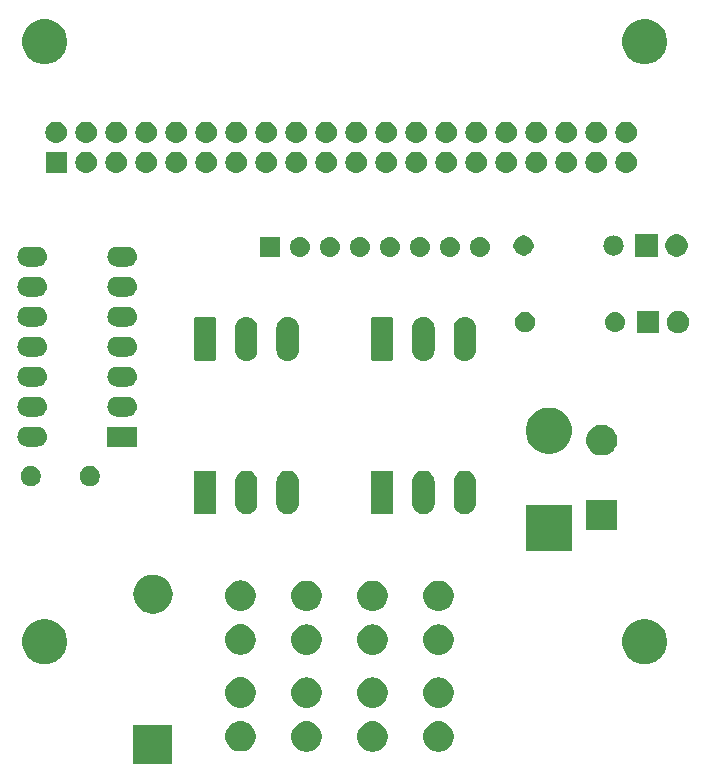
<source format=gbr>
G04 #@! TF.GenerationSoftware,KiCad,Pcbnew,(5.1.4)-1*
G04 #@! TF.CreationDate,2019-12-18T21:39:37-05:00*
G04 #@! TF.ProjectId,Four_Out,466f7572-5f4f-4757-942e-6b696361645f,v2*
G04 #@! TF.SameCoordinates,Original*
G04 #@! TF.FileFunction,Soldermask,Top*
G04 #@! TF.FilePolarity,Negative*
%FSLAX46Y46*%
G04 Gerber Fmt 4.6, Leading zero omitted, Abs format (unit mm)*
G04 Created by KiCad (PCBNEW (5.1.4)-1) date 2019-12-18 21:39:37*
%MOMM*%
%LPD*%
G04 APERTURE LIST*
%ADD10C,0.100000*%
G04 APERTURE END LIST*
D10*
G36*
X83552000Y-152568800D02*
G01*
X80250000Y-152568800D01*
X80250000Y-149266800D01*
X83552000Y-149266800D01*
X83552000Y-152568800D01*
X83552000Y-152568800D01*
G37*
G36*
X100694885Y-148981605D02*
G01*
X100860842Y-149014616D01*
X101095334Y-149111746D01*
X101306371Y-149252756D01*
X101485844Y-149432229D01*
X101626854Y-149643266D01*
X101723984Y-149877758D01*
X101723984Y-149877760D01*
X101770517Y-150111694D01*
X101773500Y-150126694D01*
X101773500Y-150380506D01*
X101723984Y-150629442D01*
X101626854Y-150863934D01*
X101485844Y-151074971D01*
X101306371Y-151254444D01*
X101095334Y-151395454D01*
X100860842Y-151492584D01*
X100694885Y-151525595D01*
X100611907Y-151542100D01*
X100358093Y-151542100D01*
X100275115Y-151525595D01*
X100109158Y-151492584D01*
X99874666Y-151395454D01*
X99663629Y-151254444D01*
X99484156Y-151074971D01*
X99343146Y-150863934D01*
X99246016Y-150629442D01*
X99196500Y-150380506D01*
X99196500Y-150126694D01*
X99199484Y-150111694D01*
X99246016Y-149877760D01*
X99246016Y-149877758D01*
X99343146Y-149643266D01*
X99484156Y-149432229D01*
X99663629Y-149252756D01*
X99874666Y-149111746D01*
X100109158Y-149014616D01*
X100275115Y-148981605D01*
X100358093Y-148965100D01*
X100611907Y-148965100D01*
X100694885Y-148981605D01*
X100694885Y-148981605D01*
G37*
G36*
X95106885Y-148981605D02*
G01*
X95272842Y-149014616D01*
X95507334Y-149111746D01*
X95718371Y-149252756D01*
X95897844Y-149432229D01*
X96038854Y-149643266D01*
X96135984Y-149877758D01*
X96135984Y-149877760D01*
X96182517Y-150111694D01*
X96185500Y-150126694D01*
X96185500Y-150380506D01*
X96135984Y-150629442D01*
X96038854Y-150863934D01*
X95897844Y-151074971D01*
X95718371Y-151254444D01*
X95507334Y-151395454D01*
X95272842Y-151492584D01*
X95106885Y-151525595D01*
X95023907Y-151542100D01*
X94770093Y-151542100D01*
X94687115Y-151525595D01*
X94521158Y-151492584D01*
X94286666Y-151395454D01*
X94075629Y-151254444D01*
X93896156Y-151074971D01*
X93755146Y-150863934D01*
X93658016Y-150629442D01*
X93608500Y-150380506D01*
X93608500Y-150126694D01*
X93611484Y-150111694D01*
X93658016Y-149877760D01*
X93658016Y-149877758D01*
X93755146Y-149643266D01*
X93896156Y-149432229D01*
X94075629Y-149252756D01*
X94286666Y-149111746D01*
X94521158Y-149014616D01*
X94687115Y-148981605D01*
X94770093Y-148965100D01*
X95023907Y-148965100D01*
X95106885Y-148981605D01*
X95106885Y-148981605D01*
G37*
G36*
X106282885Y-148981605D02*
G01*
X106448842Y-149014616D01*
X106683334Y-149111746D01*
X106894371Y-149252756D01*
X107073844Y-149432229D01*
X107214854Y-149643266D01*
X107311984Y-149877758D01*
X107311984Y-149877760D01*
X107358517Y-150111694D01*
X107361500Y-150126694D01*
X107361500Y-150380506D01*
X107311984Y-150629442D01*
X107214854Y-150863934D01*
X107073844Y-151074971D01*
X106894371Y-151254444D01*
X106683334Y-151395454D01*
X106448842Y-151492584D01*
X106282885Y-151525595D01*
X106199907Y-151542100D01*
X105946093Y-151542100D01*
X105863115Y-151525595D01*
X105697158Y-151492584D01*
X105462666Y-151395454D01*
X105251629Y-151254444D01*
X105072156Y-151074971D01*
X104931146Y-150863934D01*
X104834016Y-150629442D01*
X104784500Y-150380506D01*
X104784500Y-150126694D01*
X104787484Y-150111694D01*
X104834016Y-149877760D01*
X104834016Y-149877758D01*
X104931146Y-149643266D01*
X105072156Y-149432229D01*
X105251629Y-149252756D01*
X105462666Y-149111746D01*
X105697158Y-149014616D01*
X105863115Y-148981605D01*
X105946093Y-148965100D01*
X106199907Y-148965100D01*
X106282885Y-148981605D01*
X106282885Y-148981605D01*
G37*
G36*
X89511317Y-148965100D02*
G01*
X89684842Y-148999616D01*
X89919334Y-149096746D01*
X90130371Y-149237756D01*
X90309844Y-149417229D01*
X90450854Y-149628266D01*
X90547984Y-149862758D01*
X90550968Y-149877760D01*
X90597500Y-150111693D01*
X90597500Y-150365507D01*
X90594516Y-150380507D01*
X90547984Y-150614442D01*
X90450854Y-150848934D01*
X90309844Y-151059971D01*
X90130371Y-151239444D01*
X89919334Y-151380454D01*
X89684842Y-151477584D01*
X89518885Y-151510595D01*
X89435907Y-151527100D01*
X89182093Y-151527100D01*
X89099115Y-151510595D01*
X88933158Y-151477584D01*
X88698666Y-151380454D01*
X88487629Y-151239444D01*
X88308156Y-151059971D01*
X88167146Y-150848934D01*
X88070016Y-150614442D01*
X88023484Y-150380507D01*
X88020500Y-150365507D01*
X88020500Y-150111693D01*
X88067032Y-149877760D01*
X88070016Y-149862758D01*
X88167146Y-149628266D01*
X88308156Y-149417229D01*
X88487629Y-149237756D01*
X88698666Y-149096746D01*
X88933158Y-148999616D01*
X89106683Y-148965100D01*
X89182093Y-148950100D01*
X89435907Y-148950100D01*
X89511317Y-148965100D01*
X89511317Y-148965100D01*
G37*
G36*
X100694885Y-145281605D02*
G01*
X100860842Y-145314616D01*
X101095334Y-145411746D01*
X101306371Y-145552756D01*
X101485844Y-145732229D01*
X101626854Y-145943266D01*
X101723984Y-146177758D01*
X101723984Y-146177760D01*
X101770517Y-146411694D01*
X101773500Y-146426694D01*
X101773500Y-146680506D01*
X101723984Y-146929442D01*
X101626854Y-147163934D01*
X101485844Y-147374971D01*
X101306371Y-147554444D01*
X101095334Y-147695454D01*
X100860842Y-147792584D01*
X100694885Y-147825595D01*
X100611907Y-147842100D01*
X100358093Y-147842100D01*
X100275115Y-147825595D01*
X100109158Y-147792584D01*
X99874666Y-147695454D01*
X99663629Y-147554444D01*
X99484156Y-147374971D01*
X99343146Y-147163934D01*
X99246016Y-146929442D01*
X99196500Y-146680506D01*
X99196500Y-146426694D01*
X99199484Y-146411694D01*
X99246016Y-146177760D01*
X99246016Y-146177758D01*
X99343146Y-145943266D01*
X99484156Y-145732229D01*
X99663629Y-145552756D01*
X99874666Y-145411746D01*
X100109158Y-145314616D01*
X100275115Y-145281605D01*
X100358093Y-145265100D01*
X100611907Y-145265100D01*
X100694885Y-145281605D01*
X100694885Y-145281605D01*
G37*
G36*
X95106885Y-145281605D02*
G01*
X95272842Y-145314616D01*
X95507334Y-145411746D01*
X95718371Y-145552756D01*
X95897844Y-145732229D01*
X96038854Y-145943266D01*
X96135984Y-146177758D01*
X96135984Y-146177760D01*
X96182517Y-146411694D01*
X96185500Y-146426694D01*
X96185500Y-146680506D01*
X96135984Y-146929442D01*
X96038854Y-147163934D01*
X95897844Y-147374971D01*
X95718371Y-147554444D01*
X95507334Y-147695454D01*
X95272842Y-147792584D01*
X95106885Y-147825595D01*
X95023907Y-147842100D01*
X94770093Y-147842100D01*
X94687115Y-147825595D01*
X94521158Y-147792584D01*
X94286666Y-147695454D01*
X94075629Y-147554444D01*
X93896156Y-147374971D01*
X93755146Y-147163934D01*
X93658016Y-146929442D01*
X93608500Y-146680506D01*
X93608500Y-146426694D01*
X93611484Y-146411694D01*
X93658016Y-146177760D01*
X93658016Y-146177758D01*
X93755146Y-145943266D01*
X93896156Y-145732229D01*
X94075629Y-145552756D01*
X94286666Y-145411746D01*
X94521158Y-145314616D01*
X94687115Y-145281605D01*
X94770093Y-145265100D01*
X95023907Y-145265100D01*
X95106885Y-145281605D01*
X95106885Y-145281605D01*
G37*
G36*
X106282885Y-145281605D02*
G01*
X106448842Y-145314616D01*
X106683334Y-145411746D01*
X106894371Y-145552756D01*
X107073844Y-145732229D01*
X107214854Y-145943266D01*
X107311984Y-146177758D01*
X107311984Y-146177760D01*
X107358517Y-146411694D01*
X107361500Y-146426694D01*
X107361500Y-146680506D01*
X107311984Y-146929442D01*
X107214854Y-147163934D01*
X107073844Y-147374971D01*
X106894371Y-147554444D01*
X106683334Y-147695454D01*
X106448842Y-147792584D01*
X106282885Y-147825595D01*
X106199907Y-147842100D01*
X105946093Y-147842100D01*
X105863115Y-147825595D01*
X105697158Y-147792584D01*
X105462666Y-147695454D01*
X105251629Y-147554444D01*
X105072156Y-147374971D01*
X104931146Y-147163934D01*
X104834016Y-146929442D01*
X104784500Y-146680506D01*
X104784500Y-146426694D01*
X104787484Y-146411694D01*
X104834016Y-146177760D01*
X104834016Y-146177758D01*
X104931146Y-145943266D01*
X105072156Y-145732229D01*
X105251629Y-145552756D01*
X105462666Y-145411746D01*
X105697158Y-145314616D01*
X105863115Y-145281605D01*
X105946093Y-145265100D01*
X106199907Y-145265100D01*
X106282885Y-145281605D01*
X106282885Y-145281605D01*
G37*
G36*
X89511317Y-145265100D02*
G01*
X89684842Y-145299616D01*
X89919334Y-145396746D01*
X90130371Y-145537756D01*
X90309844Y-145717229D01*
X90450854Y-145928266D01*
X90547984Y-146162758D01*
X90550968Y-146177760D01*
X90597500Y-146411693D01*
X90597500Y-146665507D01*
X90594516Y-146680507D01*
X90547984Y-146914442D01*
X90450854Y-147148934D01*
X90309844Y-147359971D01*
X90130371Y-147539444D01*
X89919334Y-147680454D01*
X89684842Y-147777584D01*
X89518885Y-147810595D01*
X89435907Y-147827100D01*
X89182093Y-147827100D01*
X89099115Y-147810595D01*
X88933158Y-147777584D01*
X88698666Y-147680454D01*
X88487629Y-147539444D01*
X88308156Y-147359971D01*
X88167146Y-147148934D01*
X88070016Y-146914442D01*
X88023484Y-146680507D01*
X88020500Y-146665507D01*
X88020500Y-146411693D01*
X88067032Y-146177760D01*
X88070016Y-146162758D01*
X88167146Y-145928266D01*
X88308156Y-145717229D01*
X88487629Y-145537756D01*
X88698666Y-145396746D01*
X88933158Y-145299616D01*
X89106683Y-145265100D01*
X89182093Y-145250100D01*
X89435907Y-145250100D01*
X89511317Y-145265100D01*
X89511317Y-145265100D01*
G37*
G36*
X123901866Y-140375327D02*
G01*
X124085501Y-140411854D01*
X124431461Y-140555156D01*
X124742817Y-140763197D01*
X125007603Y-141027983D01*
X125215644Y-141339339D01*
X125358946Y-141685299D01*
X125432000Y-142052568D01*
X125432000Y-142427032D01*
X125358946Y-142794301D01*
X125215644Y-143140261D01*
X125007603Y-143451617D01*
X124742817Y-143716403D01*
X124431461Y-143924444D01*
X124085501Y-144067746D01*
X123901866Y-144104273D01*
X123718233Y-144140800D01*
X123343767Y-144140800D01*
X123160134Y-144104273D01*
X122976499Y-144067746D01*
X122630539Y-143924444D01*
X122319183Y-143716403D01*
X122054397Y-143451617D01*
X121846356Y-143140261D01*
X121703054Y-142794301D01*
X121630000Y-142427032D01*
X121630000Y-142052568D01*
X121703054Y-141685299D01*
X121846356Y-141339339D01*
X122054397Y-141027983D01*
X122319183Y-140763197D01*
X122630539Y-140555156D01*
X122976499Y-140411854D01*
X123160134Y-140375327D01*
X123343767Y-140338800D01*
X123718233Y-140338800D01*
X123901866Y-140375327D01*
X123901866Y-140375327D01*
G37*
G36*
X73101866Y-140375327D02*
G01*
X73285501Y-140411854D01*
X73631461Y-140555156D01*
X73942817Y-140763197D01*
X74207603Y-141027983D01*
X74415644Y-141339339D01*
X74558946Y-141685299D01*
X74632000Y-142052568D01*
X74632000Y-142427032D01*
X74558946Y-142794301D01*
X74415644Y-143140261D01*
X74207603Y-143451617D01*
X73942817Y-143716403D01*
X73631461Y-143924444D01*
X73285501Y-144067746D01*
X73101866Y-144104273D01*
X72918233Y-144140800D01*
X72543767Y-144140800D01*
X72360134Y-144104273D01*
X72176499Y-144067746D01*
X71830539Y-143924444D01*
X71519183Y-143716403D01*
X71254397Y-143451617D01*
X71046356Y-143140261D01*
X70903054Y-142794301D01*
X70830000Y-142427032D01*
X70830000Y-142052568D01*
X70903054Y-141685299D01*
X71046356Y-141339339D01*
X71254397Y-141027983D01*
X71519183Y-140763197D01*
X71830539Y-140555156D01*
X72176499Y-140411854D01*
X72360134Y-140375327D01*
X72543767Y-140338800D01*
X72918233Y-140338800D01*
X73101866Y-140375327D01*
X73101866Y-140375327D01*
G37*
G36*
X95106885Y-140781605D02*
G01*
X95272842Y-140814616D01*
X95507334Y-140911746D01*
X95718371Y-141052756D01*
X95897844Y-141232229D01*
X96038854Y-141443266D01*
X96135984Y-141677758D01*
X96135984Y-141677760D01*
X96182517Y-141911694D01*
X96185500Y-141926694D01*
X96185500Y-142180506D01*
X96135984Y-142429442D01*
X96038854Y-142663934D01*
X95897844Y-142874971D01*
X95718371Y-143054444D01*
X95507334Y-143195454D01*
X95272842Y-143292584D01*
X95106885Y-143325595D01*
X95023907Y-143342100D01*
X94770093Y-143342100D01*
X94687115Y-143325595D01*
X94521158Y-143292584D01*
X94286666Y-143195454D01*
X94075629Y-143054444D01*
X93896156Y-142874971D01*
X93755146Y-142663934D01*
X93658016Y-142429442D01*
X93608500Y-142180506D01*
X93608500Y-141926694D01*
X93611484Y-141911694D01*
X93658016Y-141677760D01*
X93658016Y-141677758D01*
X93755146Y-141443266D01*
X93896156Y-141232229D01*
X94075629Y-141052756D01*
X94286666Y-140911746D01*
X94521158Y-140814616D01*
X94687115Y-140781605D01*
X94770093Y-140765100D01*
X95023907Y-140765100D01*
X95106885Y-140781605D01*
X95106885Y-140781605D01*
G37*
G36*
X106282885Y-140781605D02*
G01*
X106448842Y-140814616D01*
X106683334Y-140911746D01*
X106894371Y-141052756D01*
X107073844Y-141232229D01*
X107214854Y-141443266D01*
X107311984Y-141677758D01*
X107311984Y-141677760D01*
X107358517Y-141911694D01*
X107361500Y-141926694D01*
X107361500Y-142180506D01*
X107311984Y-142429442D01*
X107214854Y-142663934D01*
X107073844Y-142874971D01*
X106894371Y-143054444D01*
X106683334Y-143195454D01*
X106448842Y-143292584D01*
X106282885Y-143325595D01*
X106199907Y-143342100D01*
X105946093Y-143342100D01*
X105863115Y-143325595D01*
X105697158Y-143292584D01*
X105462666Y-143195454D01*
X105251629Y-143054444D01*
X105072156Y-142874971D01*
X104931146Y-142663934D01*
X104834016Y-142429442D01*
X104784500Y-142180506D01*
X104784500Y-141926694D01*
X104787484Y-141911694D01*
X104834016Y-141677760D01*
X104834016Y-141677758D01*
X104931146Y-141443266D01*
X105072156Y-141232229D01*
X105251629Y-141052756D01*
X105462666Y-140911746D01*
X105697158Y-140814616D01*
X105863115Y-140781605D01*
X105946093Y-140765100D01*
X106199907Y-140765100D01*
X106282885Y-140781605D01*
X106282885Y-140781605D01*
G37*
G36*
X100694885Y-140781605D02*
G01*
X100860842Y-140814616D01*
X101095334Y-140911746D01*
X101306371Y-141052756D01*
X101485844Y-141232229D01*
X101626854Y-141443266D01*
X101723984Y-141677758D01*
X101723984Y-141677760D01*
X101770517Y-141911694D01*
X101773500Y-141926694D01*
X101773500Y-142180506D01*
X101723984Y-142429442D01*
X101626854Y-142663934D01*
X101485844Y-142874971D01*
X101306371Y-143054444D01*
X101095334Y-143195454D01*
X100860842Y-143292584D01*
X100694885Y-143325595D01*
X100611907Y-143342100D01*
X100358093Y-143342100D01*
X100275115Y-143325595D01*
X100109158Y-143292584D01*
X99874666Y-143195454D01*
X99663629Y-143054444D01*
X99484156Y-142874971D01*
X99343146Y-142663934D01*
X99246016Y-142429442D01*
X99196500Y-142180506D01*
X99196500Y-141926694D01*
X99199484Y-141911694D01*
X99246016Y-141677760D01*
X99246016Y-141677758D01*
X99343146Y-141443266D01*
X99484156Y-141232229D01*
X99663629Y-141052756D01*
X99874666Y-140911746D01*
X100109158Y-140814616D01*
X100275115Y-140781605D01*
X100358093Y-140765100D01*
X100611907Y-140765100D01*
X100694885Y-140781605D01*
X100694885Y-140781605D01*
G37*
G36*
X89501750Y-140763197D02*
G01*
X89684842Y-140799616D01*
X89919334Y-140896746D01*
X90130371Y-141037756D01*
X90309844Y-141217229D01*
X90450854Y-141428266D01*
X90547984Y-141662758D01*
X90580995Y-141828715D01*
X90597500Y-141911693D01*
X90597500Y-142165507D01*
X90594516Y-142180507D01*
X90547984Y-142414442D01*
X90450854Y-142648934D01*
X90309844Y-142859971D01*
X90130371Y-143039444D01*
X89919334Y-143180454D01*
X89684842Y-143277584D01*
X89518885Y-143310595D01*
X89435907Y-143327100D01*
X89182093Y-143327100D01*
X89099115Y-143310595D01*
X88933158Y-143277584D01*
X88698666Y-143180454D01*
X88487629Y-143039444D01*
X88308156Y-142859971D01*
X88167146Y-142648934D01*
X88070016Y-142414442D01*
X88023484Y-142180507D01*
X88020500Y-142165507D01*
X88020500Y-141911693D01*
X88037005Y-141828715D01*
X88070016Y-141662758D01*
X88167146Y-141428266D01*
X88308156Y-141217229D01*
X88487629Y-141037756D01*
X88698666Y-140896746D01*
X88933158Y-140799616D01*
X89116250Y-140763197D01*
X89182093Y-140750100D01*
X89435907Y-140750100D01*
X89501750Y-140763197D01*
X89501750Y-140763197D01*
G37*
G36*
X82224651Y-136590688D02*
G01*
X82535870Y-136685096D01*
X82822680Y-136838399D01*
X82822683Y-136838401D01*
X82822684Y-136838402D01*
X83074082Y-137044718D01*
X83280398Y-137296116D01*
X83280401Y-137296120D01*
X83433704Y-137582930D01*
X83528112Y-137894149D01*
X83559988Y-138217800D01*
X83528112Y-138541451D01*
X83433704Y-138852670D01*
X83280401Y-139139480D01*
X83280399Y-139139483D01*
X83280398Y-139139484D01*
X83074082Y-139390882D01*
X82828306Y-139592584D01*
X82822680Y-139597201D01*
X82535870Y-139750504D01*
X82224651Y-139844912D01*
X81982107Y-139868800D01*
X81819893Y-139868800D01*
X81577349Y-139844912D01*
X81266130Y-139750504D01*
X80979320Y-139597201D01*
X80973694Y-139592584D01*
X80727918Y-139390882D01*
X80521602Y-139139484D01*
X80521601Y-139139483D01*
X80521599Y-139139480D01*
X80368296Y-138852670D01*
X80273888Y-138541451D01*
X80242012Y-138217800D01*
X80273888Y-137894149D01*
X80368296Y-137582930D01*
X80521599Y-137296120D01*
X80521602Y-137296116D01*
X80727918Y-137044718D01*
X80979316Y-136838402D01*
X80979317Y-136838401D01*
X80979320Y-136838399D01*
X81266130Y-136685096D01*
X81577349Y-136590688D01*
X81819893Y-136566800D01*
X81982107Y-136566800D01*
X82224651Y-136590688D01*
X82224651Y-136590688D01*
G37*
G36*
X106282885Y-137081605D02*
G01*
X106448842Y-137114616D01*
X106683334Y-137211746D01*
X106894371Y-137352756D01*
X107073844Y-137532229D01*
X107214854Y-137743266D01*
X107311984Y-137977758D01*
X107311984Y-137977760D01*
X107358517Y-138211694D01*
X107361500Y-138226694D01*
X107361500Y-138480506D01*
X107311984Y-138729442D01*
X107214854Y-138963934D01*
X107073844Y-139174971D01*
X106894371Y-139354444D01*
X106683334Y-139495454D01*
X106448842Y-139592584D01*
X106282885Y-139625595D01*
X106199907Y-139642100D01*
X105946093Y-139642100D01*
X105863115Y-139625595D01*
X105697158Y-139592584D01*
X105462666Y-139495454D01*
X105251629Y-139354444D01*
X105072156Y-139174971D01*
X104931146Y-138963934D01*
X104834016Y-138729442D01*
X104784500Y-138480506D01*
X104784500Y-138226694D01*
X104787484Y-138211694D01*
X104834016Y-137977760D01*
X104834016Y-137977758D01*
X104931146Y-137743266D01*
X105072156Y-137532229D01*
X105251629Y-137352756D01*
X105462666Y-137211746D01*
X105697158Y-137114616D01*
X105863115Y-137081605D01*
X105946093Y-137065100D01*
X106199907Y-137065100D01*
X106282885Y-137081605D01*
X106282885Y-137081605D01*
G37*
G36*
X100694885Y-137081605D02*
G01*
X100860842Y-137114616D01*
X101095334Y-137211746D01*
X101306371Y-137352756D01*
X101485844Y-137532229D01*
X101626854Y-137743266D01*
X101723984Y-137977758D01*
X101723984Y-137977760D01*
X101770517Y-138211694D01*
X101773500Y-138226694D01*
X101773500Y-138480506D01*
X101723984Y-138729442D01*
X101626854Y-138963934D01*
X101485844Y-139174971D01*
X101306371Y-139354444D01*
X101095334Y-139495454D01*
X100860842Y-139592584D01*
X100694885Y-139625595D01*
X100611907Y-139642100D01*
X100358093Y-139642100D01*
X100275115Y-139625595D01*
X100109158Y-139592584D01*
X99874666Y-139495454D01*
X99663629Y-139354444D01*
X99484156Y-139174971D01*
X99343146Y-138963934D01*
X99246016Y-138729442D01*
X99196500Y-138480506D01*
X99196500Y-138226694D01*
X99199484Y-138211694D01*
X99246016Y-137977760D01*
X99246016Y-137977758D01*
X99343146Y-137743266D01*
X99484156Y-137532229D01*
X99663629Y-137352756D01*
X99874666Y-137211746D01*
X100109158Y-137114616D01*
X100275115Y-137081605D01*
X100358093Y-137065100D01*
X100611907Y-137065100D01*
X100694885Y-137081605D01*
X100694885Y-137081605D01*
G37*
G36*
X95106885Y-137081605D02*
G01*
X95272842Y-137114616D01*
X95507334Y-137211746D01*
X95718371Y-137352756D01*
X95897844Y-137532229D01*
X96038854Y-137743266D01*
X96135984Y-137977758D01*
X96135984Y-137977760D01*
X96182517Y-138211694D01*
X96185500Y-138226694D01*
X96185500Y-138480506D01*
X96135984Y-138729442D01*
X96038854Y-138963934D01*
X95897844Y-139174971D01*
X95718371Y-139354444D01*
X95507334Y-139495454D01*
X95272842Y-139592584D01*
X95106885Y-139625595D01*
X95023907Y-139642100D01*
X94770093Y-139642100D01*
X94687115Y-139625595D01*
X94521158Y-139592584D01*
X94286666Y-139495454D01*
X94075629Y-139354444D01*
X93896156Y-139174971D01*
X93755146Y-138963934D01*
X93658016Y-138729442D01*
X93608500Y-138480506D01*
X93608500Y-138226694D01*
X93611484Y-138211694D01*
X93658016Y-137977760D01*
X93658016Y-137977758D01*
X93755146Y-137743266D01*
X93896156Y-137532229D01*
X94075629Y-137352756D01*
X94286666Y-137211746D01*
X94521158Y-137114616D01*
X94687115Y-137081605D01*
X94770093Y-137065100D01*
X95023907Y-137065100D01*
X95106885Y-137081605D01*
X95106885Y-137081605D01*
G37*
G36*
X89511317Y-137065100D02*
G01*
X89684842Y-137099616D01*
X89919334Y-137196746D01*
X90130371Y-137337756D01*
X90309844Y-137517229D01*
X90450854Y-137728266D01*
X90547984Y-137962758D01*
X90550968Y-137977760D01*
X90597500Y-138211693D01*
X90597500Y-138465507D01*
X90594516Y-138480507D01*
X90547984Y-138714442D01*
X90450854Y-138948934D01*
X90309844Y-139159971D01*
X90130371Y-139339444D01*
X89919334Y-139480454D01*
X89684842Y-139577584D01*
X89518885Y-139610595D01*
X89435907Y-139627100D01*
X89182093Y-139627100D01*
X89099115Y-139610595D01*
X88933158Y-139577584D01*
X88698666Y-139480454D01*
X88487629Y-139339444D01*
X88308156Y-139159971D01*
X88167146Y-138948934D01*
X88070016Y-138714442D01*
X88023484Y-138480507D01*
X88020500Y-138465507D01*
X88020500Y-138211693D01*
X88067032Y-137977760D01*
X88070016Y-137962758D01*
X88167146Y-137728266D01*
X88308156Y-137517229D01*
X88487629Y-137337756D01*
X88698666Y-137196746D01*
X88933158Y-137099616D01*
X89106683Y-137065100D01*
X89182093Y-137050100D01*
X89435907Y-137050100D01*
X89511317Y-137065100D01*
X89511317Y-137065100D01*
G37*
G36*
X117370800Y-134571760D02*
G01*
X113458800Y-134571760D01*
X113458800Y-130659760D01*
X117370800Y-130659760D01*
X117370800Y-134571760D01*
X117370800Y-134571760D01*
G37*
G36*
X121202000Y-132818800D02*
G01*
X118600000Y-132818800D01*
X118600000Y-130216800D01*
X121202000Y-130216800D01*
X121202000Y-132818800D01*
X121202000Y-132818800D01*
G37*
G36*
X93486424Y-127762760D02*
G01*
X93486427Y-127762761D01*
X93486428Y-127762761D01*
X93665692Y-127817140D01*
X93665695Y-127817142D01*
X93665696Y-127817142D01*
X93830903Y-127905446D01*
X93975712Y-128024288D01*
X94094554Y-128169097D01*
X94182858Y-128334303D01*
X94182860Y-128334307D01*
X94182860Y-128334308D01*
X94237240Y-128513575D01*
X94251000Y-128653282D01*
X94251000Y-130546718D01*
X94237240Y-130686425D01*
X94237239Y-130686428D01*
X94237239Y-130686429D01*
X94182860Y-130865693D01*
X94182858Y-130865696D01*
X94182858Y-130865697D01*
X94094554Y-131030903D01*
X93975712Y-131175712D01*
X93830903Y-131294554D01*
X93683425Y-131373382D01*
X93665693Y-131382860D01*
X93486429Y-131437239D01*
X93486428Y-131437239D01*
X93486425Y-131437240D01*
X93300000Y-131455601D01*
X93113576Y-131437240D01*
X93113573Y-131437239D01*
X93113572Y-131437239D01*
X92934308Y-131382860D01*
X92916576Y-131373382D01*
X92769098Y-131294554D01*
X92624289Y-131175712D01*
X92505447Y-131030903D01*
X92417143Y-130865697D01*
X92417143Y-130865696D01*
X92417141Y-130865693D01*
X92362762Y-130686429D01*
X92362762Y-130686428D01*
X92362761Y-130686425D01*
X92349000Y-130546717D01*
X92349000Y-128653283D01*
X92362760Y-128513576D01*
X92362761Y-128513572D01*
X92417140Y-128334308D01*
X92434614Y-128301616D01*
X92505446Y-128169097D01*
X92624288Y-128024288D01*
X92769097Y-127905446D01*
X92934303Y-127817142D01*
X92934304Y-127817142D01*
X92934307Y-127817140D01*
X93113571Y-127762761D01*
X93113572Y-127762761D01*
X93113575Y-127762760D01*
X93300000Y-127744399D01*
X93486424Y-127762760D01*
X93486424Y-127762760D01*
G37*
G36*
X89986424Y-127762760D02*
G01*
X89986427Y-127762761D01*
X89986428Y-127762761D01*
X90165692Y-127817140D01*
X90165695Y-127817142D01*
X90165696Y-127817142D01*
X90330903Y-127905446D01*
X90475712Y-128024288D01*
X90594554Y-128169097D01*
X90682858Y-128334303D01*
X90682860Y-128334307D01*
X90682860Y-128334308D01*
X90737240Y-128513575D01*
X90751000Y-128653282D01*
X90751000Y-130546718D01*
X90737240Y-130686425D01*
X90737239Y-130686428D01*
X90737239Y-130686429D01*
X90682860Y-130865693D01*
X90682858Y-130865696D01*
X90682858Y-130865697D01*
X90594554Y-131030903D01*
X90475712Y-131175712D01*
X90330903Y-131294554D01*
X90183425Y-131373382D01*
X90165693Y-131382860D01*
X89986429Y-131437239D01*
X89986428Y-131437239D01*
X89986425Y-131437240D01*
X89800000Y-131455601D01*
X89613576Y-131437240D01*
X89613573Y-131437239D01*
X89613572Y-131437239D01*
X89434308Y-131382860D01*
X89416576Y-131373382D01*
X89269098Y-131294554D01*
X89124289Y-131175712D01*
X89005447Y-131030903D01*
X88917143Y-130865697D01*
X88917143Y-130865696D01*
X88917141Y-130865693D01*
X88862762Y-130686429D01*
X88862762Y-130686428D01*
X88862761Y-130686425D01*
X88849000Y-130546717D01*
X88849000Y-128653283D01*
X88862760Y-128513576D01*
X88862761Y-128513572D01*
X88917140Y-128334308D01*
X88934614Y-128301616D01*
X89005446Y-128169097D01*
X89124288Y-128024288D01*
X89269097Y-127905446D01*
X89434303Y-127817142D01*
X89434304Y-127817142D01*
X89434307Y-127817140D01*
X89613571Y-127762761D01*
X89613572Y-127762761D01*
X89613575Y-127762760D01*
X89800000Y-127744399D01*
X89986424Y-127762760D01*
X89986424Y-127762760D01*
G37*
G36*
X104986424Y-127762760D02*
G01*
X104986427Y-127762761D01*
X104986428Y-127762761D01*
X105165692Y-127817140D01*
X105165695Y-127817142D01*
X105165696Y-127817142D01*
X105330903Y-127905446D01*
X105475712Y-128024288D01*
X105594554Y-128169097D01*
X105682858Y-128334303D01*
X105682860Y-128334307D01*
X105682860Y-128334308D01*
X105737240Y-128513575D01*
X105751000Y-128653282D01*
X105751000Y-130546718D01*
X105737240Y-130686425D01*
X105737239Y-130686428D01*
X105737239Y-130686429D01*
X105682860Y-130865693D01*
X105682858Y-130865696D01*
X105682858Y-130865697D01*
X105594554Y-131030903D01*
X105475712Y-131175712D01*
X105330903Y-131294554D01*
X105183425Y-131373382D01*
X105165693Y-131382860D01*
X104986429Y-131437239D01*
X104986428Y-131437239D01*
X104986425Y-131437240D01*
X104800000Y-131455601D01*
X104613576Y-131437240D01*
X104613573Y-131437239D01*
X104613572Y-131437239D01*
X104434308Y-131382860D01*
X104416576Y-131373382D01*
X104269098Y-131294554D01*
X104124289Y-131175712D01*
X104005447Y-131030903D01*
X103917143Y-130865697D01*
X103917143Y-130865696D01*
X103917141Y-130865693D01*
X103862762Y-130686429D01*
X103862762Y-130686428D01*
X103862761Y-130686425D01*
X103849000Y-130546717D01*
X103849000Y-128653283D01*
X103862760Y-128513576D01*
X103862761Y-128513572D01*
X103917140Y-128334308D01*
X103934614Y-128301616D01*
X104005446Y-128169097D01*
X104124288Y-128024288D01*
X104269097Y-127905446D01*
X104434303Y-127817142D01*
X104434304Y-127817142D01*
X104434307Y-127817140D01*
X104613571Y-127762761D01*
X104613572Y-127762761D01*
X104613575Y-127762760D01*
X104800000Y-127744399D01*
X104986424Y-127762760D01*
X104986424Y-127762760D01*
G37*
G36*
X108486424Y-127762760D02*
G01*
X108486427Y-127762761D01*
X108486428Y-127762761D01*
X108665692Y-127817140D01*
X108665695Y-127817142D01*
X108665696Y-127817142D01*
X108830903Y-127905446D01*
X108975712Y-128024288D01*
X109094554Y-128169097D01*
X109182858Y-128334303D01*
X109182860Y-128334307D01*
X109182860Y-128334308D01*
X109237240Y-128513575D01*
X109251000Y-128653282D01*
X109251000Y-130546718D01*
X109237240Y-130686425D01*
X109237239Y-130686428D01*
X109237239Y-130686429D01*
X109182860Y-130865693D01*
X109182858Y-130865696D01*
X109182858Y-130865697D01*
X109094554Y-131030903D01*
X108975712Y-131175712D01*
X108830903Y-131294554D01*
X108683425Y-131373382D01*
X108665693Y-131382860D01*
X108486429Y-131437239D01*
X108486428Y-131437239D01*
X108486425Y-131437240D01*
X108300000Y-131455601D01*
X108113576Y-131437240D01*
X108113573Y-131437239D01*
X108113572Y-131437239D01*
X107934308Y-131382860D01*
X107916576Y-131373382D01*
X107769098Y-131294554D01*
X107624289Y-131175712D01*
X107505447Y-131030903D01*
X107417143Y-130865697D01*
X107417143Y-130865696D01*
X107417141Y-130865693D01*
X107362762Y-130686429D01*
X107362762Y-130686428D01*
X107362761Y-130686425D01*
X107349000Y-130546717D01*
X107349000Y-128653283D01*
X107362760Y-128513576D01*
X107362761Y-128513572D01*
X107417140Y-128334308D01*
X107434614Y-128301616D01*
X107505446Y-128169097D01*
X107624288Y-128024288D01*
X107769097Y-127905446D01*
X107934303Y-127817142D01*
X107934304Y-127817142D01*
X107934307Y-127817140D01*
X108113571Y-127762761D01*
X108113572Y-127762761D01*
X108113575Y-127762760D01*
X108300000Y-127744399D01*
X108486424Y-127762760D01*
X108486424Y-127762760D01*
G37*
G36*
X102110915Y-127752934D02*
G01*
X102143424Y-127762795D01*
X102173382Y-127778809D01*
X102199641Y-127800359D01*
X102221191Y-127826618D01*
X102237205Y-127856576D01*
X102247066Y-127889085D01*
X102251000Y-127929029D01*
X102251000Y-131270971D01*
X102247066Y-131310915D01*
X102237205Y-131343424D01*
X102221191Y-131373382D01*
X102199641Y-131399641D01*
X102173382Y-131421191D01*
X102143424Y-131437205D01*
X102110915Y-131447066D01*
X102070971Y-131451000D01*
X100529029Y-131451000D01*
X100489085Y-131447066D01*
X100456576Y-131437205D01*
X100426618Y-131421191D01*
X100400359Y-131399641D01*
X100378809Y-131373382D01*
X100362795Y-131343424D01*
X100352934Y-131310915D01*
X100349000Y-131270971D01*
X100349000Y-127929029D01*
X100352934Y-127889085D01*
X100362795Y-127856576D01*
X100378809Y-127826618D01*
X100400359Y-127800359D01*
X100426618Y-127778809D01*
X100456576Y-127762795D01*
X100489085Y-127752934D01*
X100529029Y-127749000D01*
X102070971Y-127749000D01*
X102110915Y-127752934D01*
X102110915Y-127752934D01*
G37*
G36*
X87110915Y-127752934D02*
G01*
X87143424Y-127762795D01*
X87173382Y-127778809D01*
X87199641Y-127800359D01*
X87221191Y-127826618D01*
X87237205Y-127856576D01*
X87247066Y-127889085D01*
X87251000Y-127929029D01*
X87251000Y-131270971D01*
X87247066Y-131310915D01*
X87237205Y-131343424D01*
X87221191Y-131373382D01*
X87199641Y-131399641D01*
X87173382Y-131421191D01*
X87143424Y-131437205D01*
X87110915Y-131447066D01*
X87070971Y-131451000D01*
X85529029Y-131451000D01*
X85489085Y-131447066D01*
X85456576Y-131437205D01*
X85426618Y-131421191D01*
X85400359Y-131399641D01*
X85378809Y-131373382D01*
X85362795Y-131343424D01*
X85352934Y-131310915D01*
X85349000Y-131270971D01*
X85349000Y-127929029D01*
X85352934Y-127889085D01*
X85362795Y-127856576D01*
X85378809Y-127826618D01*
X85400359Y-127800359D01*
X85426618Y-127778809D01*
X85456576Y-127762795D01*
X85489085Y-127752934D01*
X85529029Y-127749000D01*
X87070971Y-127749000D01*
X87110915Y-127752934D01*
X87110915Y-127752934D01*
G37*
G36*
X76799228Y-127399503D02*
G01*
X76954100Y-127463653D01*
X77093481Y-127556785D01*
X77212015Y-127675319D01*
X77305147Y-127814700D01*
X77369297Y-127969572D01*
X77402000Y-128133984D01*
X77402000Y-128301616D01*
X77369297Y-128466028D01*
X77305147Y-128620900D01*
X77212015Y-128760281D01*
X77093481Y-128878815D01*
X76954100Y-128971947D01*
X76799228Y-129036097D01*
X76634816Y-129068800D01*
X76467184Y-129068800D01*
X76302772Y-129036097D01*
X76147900Y-128971947D01*
X76008519Y-128878815D01*
X75889985Y-128760281D01*
X75796853Y-128620900D01*
X75732703Y-128466028D01*
X75700000Y-128301616D01*
X75700000Y-128133984D01*
X75732703Y-127969572D01*
X75796853Y-127814700D01*
X75889985Y-127675319D01*
X76008519Y-127556785D01*
X76147900Y-127463653D01*
X76302772Y-127399503D01*
X76467184Y-127366800D01*
X76634816Y-127366800D01*
X76799228Y-127399503D01*
X76799228Y-127399503D01*
G37*
G36*
X71799228Y-127399503D02*
G01*
X71954100Y-127463653D01*
X72093481Y-127556785D01*
X72212015Y-127675319D01*
X72305147Y-127814700D01*
X72369297Y-127969572D01*
X72402000Y-128133984D01*
X72402000Y-128301616D01*
X72369297Y-128466028D01*
X72305147Y-128620900D01*
X72212015Y-128760281D01*
X72093481Y-128878815D01*
X71954100Y-128971947D01*
X71799228Y-129036097D01*
X71634816Y-129068800D01*
X71467184Y-129068800D01*
X71302772Y-129036097D01*
X71147900Y-128971947D01*
X71008519Y-128878815D01*
X70889985Y-128760281D01*
X70796853Y-128620900D01*
X70732703Y-128466028D01*
X70700000Y-128301616D01*
X70700000Y-128133984D01*
X70732703Y-127969572D01*
X70796853Y-127814700D01*
X70889985Y-127675319D01*
X71008519Y-127556785D01*
X71147900Y-127463653D01*
X71302772Y-127399503D01*
X71467184Y-127366800D01*
X71634816Y-127366800D01*
X71799228Y-127399503D01*
X71799228Y-127399503D01*
G37*
G36*
X120280487Y-123916796D02*
G01*
X120517253Y-124014868D01*
X120517255Y-124014869D01*
X120730339Y-124157247D01*
X120911553Y-124338461D01*
X121046592Y-124540561D01*
X121053932Y-124551547D01*
X121152004Y-124788313D01*
X121202000Y-125039661D01*
X121202000Y-125295939D01*
X121152004Y-125547287D01*
X121053932Y-125784053D01*
X121053931Y-125784055D01*
X120911553Y-125997139D01*
X120730339Y-126178353D01*
X120517255Y-126320731D01*
X120517254Y-126320732D01*
X120517253Y-126320732D01*
X120280487Y-126418804D01*
X120029139Y-126468800D01*
X119772861Y-126468800D01*
X119521513Y-126418804D01*
X119284747Y-126320732D01*
X119284746Y-126320732D01*
X119284745Y-126320731D01*
X119071661Y-126178353D01*
X118890447Y-125997139D01*
X118748069Y-125784055D01*
X118748068Y-125784053D01*
X118649996Y-125547287D01*
X118600000Y-125295939D01*
X118600000Y-125039661D01*
X118649996Y-124788313D01*
X118748068Y-124551547D01*
X118755409Y-124540561D01*
X118890447Y-124338461D01*
X119071661Y-124157247D01*
X119284745Y-124014869D01*
X119284747Y-124014868D01*
X119521513Y-123916796D01*
X119772861Y-123866800D01*
X120029139Y-123866800D01*
X120280487Y-123916796D01*
X120280487Y-123916796D01*
G37*
G36*
X115859379Y-122459952D02*
G01*
X115985344Y-122485008D01*
X116008561Y-122494625D01*
X116341312Y-122632455D01*
X116447616Y-122703485D01*
X116661677Y-122846516D01*
X116934124Y-123118963D01*
X117077155Y-123333024D01*
X117148185Y-123439328D01*
X117295632Y-123795297D01*
X117370800Y-124173189D01*
X117370800Y-124558491D01*
X117295632Y-124936383D01*
X117148185Y-125292352D01*
X117077155Y-125398656D01*
X116934124Y-125612717D01*
X116661677Y-125885164D01*
X116494094Y-125997139D01*
X116341312Y-126099225D01*
X116150280Y-126178353D01*
X115985344Y-126246672D01*
X115859379Y-126271728D01*
X115607451Y-126321840D01*
X115222149Y-126321840D01*
X114970221Y-126271728D01*
X114844256Y-126246672D01*
X114679320Y-126178353D01*
X114488288Y-126099225D01*
X114335506Y-125997139D01*
X114167923Y-125885164D01*
X113895476Y-125612717D01*
X113752445Y-125398656D01*
X113681415Y-125292352D01*
X113533968Y-124936383D01*
X113458800Y-124558491D01*
X113458800Y-124173189D01*
X113533968Y-123795297D01*
X113681415Y-123439328D01*
X113752445Y-123333024D01*
X113895476Y-123118963D01*
X114167923Y-122846516D01*
X114381984Y-122703485D01*
X114488288Y-122632455D01*
X114821039Y-122494625D01*
X114844256Y-122485008D01*
X114970221Y-122459952D01*
X115222149Y-122409840D01*
X115607451Y-122409840D01*
X115859379Y-122459952D01*
X115859379Y-122459952D01*
G37*
G36*
X80552000Y-125718800D02*
G01*
X78050000Y-125718800D01*
X78050000Y-124016800D01*
X80552000Y-124016800D01*
X80552000Y-125718800D01*
X80552000Y-125718800D01*
G37*
G36*
X72247823Y-124029113D02*
G01*
X72408242Y-124077776D01*
X72540906Y-124148686D01*
X72556078Y-124156796D01*
X72685659Y-124263141D01*
X72792004Y-124392722D01*
X72792005Y-124392724D01*
X72871024Y-124540558D01*
X72919687Y-124700977D01*
X72936117Y-124867800D01*
X72919687Y-125034623D01*
X72871024Y-125195042D01*
X72819011Y-125292352D01*
X72792004Y-125342878D01*
X72685659Y-125472459D01*
X72556078Y-125578804D01*
X72556076Y-125578805D01*
X72408242Y-125657824D01*
X72247823Y-125706487D01*
X72122804Y-125718800D01*
X71239196Y-125718800D01*
X71114177Y-125706487D01*
X70953758Y-125657824D01*
X70805924Y-125578805D01*
X70805922Y-125578804D01*
X70676341Y-125472459D01*
X70569996Y-125342878D01*
X70542989Y-125292352D01*
X70490976Y-125195042D01*
X70442313Y-125034623D01*
X70425883Y-124867800D01*
X70442313Y-124700977D01*
X70490976Y-124540558D01*
X70569995Y-124392724D01*
X70569996Y-124392722D01*
X70676341Y-124263141D01*
X70805922Y-124156796D01*
X70821094Y-124148686D01*
X70953758Y-124077776D01*
X71114177Y-124029113D01*
X71239196Y-124016800D01*
X72122804Y-124016800D01*
X72247823Y-124029113D01*
X72247823Y-124029113D01*
G37*
G36*
X79867823Y-121489113D02*
G01*
X80028242Y-121537776D01*
X80160906Y-121608686D01*
X80176078Y-121616796D01*
X80305659Y-121723141D01*
X80412004Y-121852722D01*
X80412005Y-121852724D01*
X80491024Y-122000558D01*
X80539687Y-122160977D01*
X80556117Y-122327800D01*
X80539687Y-122494623D01*
X80491024Y-122655042D01*
X80420114Y-122787706D01*
X80412004Y-122802878D01*
X80305659Y-122932459D01*
X80176078Y-123038804D01*
X80176076Y-123038805D01*
X80028242Y-123117824D01*
X80028239Y-123117825D01*
X80024484Y-123118964D01*
X79867823Y-123166487D01*
X79742804Y-123178800D01*
X78859196Y-123178800D01*
X78734177Y-123166487D01*
X78577516Y-123118964D01*
X78573761Y-123117825D01*
X78573758Y-123117824D01*
X78425924Y-123038805D01*
X78425922Y-123038804D01*
X78296341Y-122932459D01*
X78189996Y-122802878D01*
X78181886Y-122787706D01*
X78110976Y-122655042D01*
X78062313Y-122494623D01*
X78045883Y-122327800D01*
X78062313Y-122160977D01*
X78110976Y-122000558D01*
X78189995Y-121852724D01*
X78189996Y-121852722D01*
X78296341Y-121723141D01*
X78425922Y-121616796D01*
X78441094Y-121608686D01*
X78573758Y-121537776D01*
X78734177Y-121489113D01*
X78859196Y-121476800D01*
X79742804Y-121476800D01*
X79867823Y-121489113D01*
X79867823Y-121489113D01*
G37*
G36*
X72247823Y-121489113D02*
G01*
X72408242Y-121537776D01*
X72540906Y-121608686D01*
X72556078Y-121616796D01*
X72685659Y-121723141D01*
X72792004Y-121852722D01*
X72792005Y-121852724D01*
X72871024Y-122000558D01*
X72919687Y-122160977D01*
X72936117Y-122327800D01*
X72919687Y-122494623D01*
X72871024Y-122655042D01*
X72800114Y-122787706D01*
X72792004Y-122802878D01*
X72685659Y-122932459D01*
X72556078Y-123038804D01*
X72556076Y-123038805D01*
X72408242Y-123117824D01*
X72408239Y-123117825D01*
X72404484Y-123118964D01*
X72247823Y-123166487D01*
X72122804Y-123178800D01*
X71239196Y-123178800D01*
X71114177Y-123166487D01*
X70957516Y-123118964D01*
X70953761Y-123117825D01*
X70953758Y-123117824D01*
X70805924Y-123038805D01*
X70805922Y-123038804D01*
X70676341Y-122932459D01*
X70569996Y-122802878D01*
X70561886Y-122787706D01*
X70490976Y-122655042D01*
X70442313Y-122494623D01*
X70425883Y-122327800D01*
X70442313Y-122160977D01*
X70490976Y-122000558D01*
X70569995Y-121852724D01*
X70569996Y-121852722D01*
X70676341Y-121723141D01*
X70805922Y-121616796D01*
X70821094Y-121608686D01*
X70953758Y-121537776D01*
X71114177Y-121489113D01*
X71239196Y-121476800D01*
X72122804Y-121476800D01*
X72247823Y-121489113D01*
X72247823Y-121489113D01*
G37*
G36*
X79867823Y-118949113D02*
G01*
X80028242Y-118997776D01*
X80160906Y-119068686D01*
X80176078Y-119076796D01*
X80305659Y-119183141D01*
X80412004Y-119312722D01*
X80412005Y-119312724D01*
X80491024Y-119460558D01*
X80539687Y-119620977D01*
X80556117Y-119787800D01*
X80539687Y-119954623D01*
X80491024Y-120115042D01*
X80420114Y-120247706D01*
X80412004Y-120262878D01*
X80305659Y-120392459D01*
X80176078Y-120498804D01*
X80176076Y-120498805D01*
X80028242Y-120577824D01*
X79867823Y-120626487D01*
X79742804Y-120638800D01*
X78859196Y-120638800D01*
X78734177Y-120626487D01*
X78573758Y-120577824D01*
X78425924Y-120498805D01*
X78425922Y-120498804D01*
X78296341Y-120392459D01*
X78189996Y-120262878D01*
X78181886Y-120247706D01*
X78110976Y-120115042D01*
X78062313Y-119954623D01*
X78045883Y-119787800D01*
X78062313Y-119620977D01*
X78110976Y-119460558D01*
X78189995Y-119312724D01*
X78189996Y-119312722D01*
X78296341Y-119183141D01*
X78425922Y-119076796D01*
X78441094Y-119068686D01*
X78573758Y-118997776D01*
X78734177Y-118949113D01*
X78859196Y-118936800D01*
X79742804Y-118936800D01*
X79867823Y-118949113D01*
X79867823Y-118949113D01*
G37*
G36*
X72247823Y-118949113D02*
G01*
X72408242Y-118997776D01*
X72540906Y-119068686D01*
X72556078Y-119076796D01*
X72685659Y-119183141D01*
X72792004Y-119312722D01*
X72792005Y-119312724D01*
X72871024Y-119460558D01*
X72919687Y-119620977D01*
X72936117Y-119787800D01*
X72919687Y-119954623D01*
X72871024Y-120115042D01*
X72800114Y-120247706D01*
X72792004Y-120262878D01*
X72685659Y-120392459D01*
X72556078Y-120498804D01*
X72556076Y-120498805D01*
X72408242Y-120577824D01*
X72247823Y-120626487D01*
X72122804Y-120638800D01*
X71239196Y-120638800D01*
X71114177Y-120626487D01*
X70953758Y-120577824D01*
X70805924Y-120498805D01*
X70805922Y-120498804D01*
X70676341Y-120392459D01*
X70569996Y-120262878D01*
X70561886Y-120247706D01*
X70490976Y-120115042D01*
X70442313Y-119954623D01*
X70425883Y-119787800D01*
X70442313Y-119620977D01*
X70490976Y-119460558D01*
X70569995Y-119312724D01*
X70569996Y-119312722D01*
X70676341Y-119183141D01*
X70805922Y-119076796D01*
X70821094Y-119068686D01*
X70953758Y-118997776D01*
X71114177Y-118949113D01*
X71239196Y-118936800D01*
X72122804Y-118936800D01*
X72247823Y-118949113D01*
X72247823Y-118949113D01*
G37*
G36*
X89986424Y-114762760D02*
G01*
X89986427Y-114762761D01*
X89986428Y-114762761D01*
X90165692Y-114817140D01*
X90165695Y-114817142D01*
X90165696Y-114817142D01*
X90330903Y-114905446D01*
X90475712Y-115024288D01*
X90594554Y-115169097D01*
X90671182Y-115312459D01*
X90682860Y-115334307D01*
X90737239Y-115513571D01*
X90737240Y-115513575D01*
X90751000Y-115653282D01*
X90751000Y-117546718D01*
X90737240Y-117686425D01*
X90737239Y-117686428D01*
X90737239Y-117686429D01*
X90682860Y-117865693D01*
X90682858Y-117865696D01*
X90682858Y-117865697D01*
X90594554Y-118030903D01*
X90475712Y-118175712D01*
X90330903Y-118294554D01*
X90183425Y-118373382D01*
X90165693Y-118382860D01*
X89986429Y-118437239D01*
X89986428Y-118437239D01*
X89986425Y-118437240D01*
X89800000Y-118455601D01*
X89613576Y-118437240D01*
X89613573Y-118437239D01*
X89613572Y-118437239D01*
X89434308Y-118382860D01*
X89416576Y-118373382D01*
X89269098Y-118294554D01*
X89124289Y-118175712D01*
X89005447Y-118030903D01*
X88917143Y-117865697D01*
X88917143Y-117865696D01*
X88917141Y-117865693D01*
X88862762Y-117686429D01*
X88862762Y-117686428D01*
X88862761Y-117686425D01*
X88849000Y-117546717D01*
X88849000Y-115653283D01*
X88862760Y-115513576D01*
X88862761Y-115513572D01*
X88917140Y-115334308D01*
X88917143Y-115334303D01*
X89005446Y-115169097D01*
X89124288Y-115024288D01*
X89269097Y-114905446D01*
X89434303Y-114817142D01*
X89434304Y-114817142D01*
X89434307Y-114817140D01*
X89613571Y-114762761D01*
X89613572Y-114762761D01*
X89613575Y-114762760D01*
X89800000Y-114744399D01*
X89986424Y-114762760D01*
X89986424Y-114762760D01*
G37*
G36*
X108486424Y-114762760D02*
G01*
X108486427Y-114762761D01*
X108486428Y-114762761D01*
X108665692Y-114817140D01*
X108665695Y-114817142D01*
X108665696Y-114817142D01*
X108830903Y-114905446D01*
X108975712Y-115024288D01*
X109094554Y-115169097D01*
X109171182Y-115312459D01*
X109182860Y-115334307D01*
X109237239Y-115513571D01*
X109237240Y-115513575D01*
X109251000Y-115653282D01*
X109251000Y-117546718D01*
X109237240Y-117686425D01*
X109237239Y-117686428D01*
X109237239Y-117686429D01*
X109182860Y-117865693D01*
X109182858Y-117865696D01*
X109182858Y-117865697D01*
X109094554Y-118030903D01*
X108975712Y-118175712D01*
X108830903Y-118294554D01*
X108683425Y-118373382D01*
X108665693Y-118382860D01*
X108486429Y-118437239D01*
X108486428Y-118437239D01*
X108486425Y-118437240D01*
X108300000Y-118455601D01*
X108113576Y-118437240D01*
X108113573Y-118437239D01*
X108113572Y-118437239D01*
X107934308Y-118382860D01*
X107916576Y-118373382D01*
X107769098Y-118294554D01*
X107624289Y-118175712D01*
X107505447Y-118030903D01*
X107417143Y-117865697D01*
X107417143Y-117865696D01*
X107417141Y-117865693D01*
X107362762Y-117686429D01*
X107362762Y-117686428D01*
X107362761Y-117686425D01*
X107349000Y-117546717D01*
X107349000Y-115653283D01*
X107362760Y-115513576D01*
X107362761Y-115513572D01*
X107417140Y-115334308D01*
X107417143Y-115334303D01*
X107505446Y-115169097D01*
X107624288Y-115024288D01*
X107769097Y-114905446D01*
X107934303Y-114817142D01*
X107934304Y-114817142D01*
X107934307Y-114817140D01*
X108113571Y-114762761D01*
X108113572Y-114762761D01*
X108113575Y-114762760D01*
X108300000Y-114744399D01*
X108486424Y-114762760D01*
X108486424Y-114762760D01*
G37*
G36*
X93486424Y-114762760D02*
G01*
X93486427Y-114762761D01*
X93486428Y-114762761D01*
X93665692Y-114817140D01*
X93665695Y-114817142D01*
X93665696Y-114817142D01*
X93830903Y-114905446D01*
X93975712Y-115024288D01*
X94094554Y-115169097D01*
X94171182Y-115312459D01*
X94182860Y-115334307D01*
X94237239Y-115513571D01*
X94237240Y-115513575D01*
X94251000Y-115653282D01*
X94251000Y-117546718D01*
X94237240Y-117686425D01*
X94237239Y-117686428D01*
X94237239Y-117686429D01*
X94182860Y-117865693D01*
X94182858Y-117865696D01*
X94182858Y-117865697D01*
X94094554Y-118030903D01*
X93975712Y-118175712D01*
X93830903Y-118294554D01*
X93683425Y-118373382D01*
X93665693Y-118382860D01*
X93486429Y-118437239D01*
X93486428Y-118437239D01*
X93486425Y-118437240D01*
X93300000Y-118455601D01*
X93113576Y-118437240D01*
X93113573Y-118437239D01*
X93113572Y-118437239D01*
X92934308Y-118382860D01*
X92916576Y-118373382D01*
X92769098Y-118294554D01*
X92624289Y-118175712D01*
X92505447Y-118030903D01*
X92417143Y-117865697D01*
X92417143Y-117865696D01*
X92417141Y-117865693D01*
X92362762Y-117686429D01*
X92362762Y-117686428D01*
X92362761Y-117686425D01*
X92349000Y-117546717D01*
X92349000Y-115653283D01*
X92362760Y-115513576D01*
X92362761Y-115513572D01*
X92417140Y-115334308D01*
X92417143Y-115334303D01*
X92505446Y-115169097D01*
X92624288Y-115024288D01*
X92769097Y-114905446D01*
X92934303Y-114817142D01*
X92934304Y-114817142D01*
X92934307Y-114817140D01*
X93113571Y-114762761D01*
X93113572Y-114762761D01*
X93113575Y-114762760D01*
X93300000Y-114744399D01*
X93486424Y-114762760D01*
X93486424Y-114762760D01*
G37*
G36*
X104986424Y-114762760D02*
G01*
X104986427Y-114762761D01*
X104986428Y-114762761D01*
X105165692Y-114817140D01*
X105165695Y-114817142D01*
X105165696Y-114817142D01*
X105330903Y-114905446D01*
X105475712Y-115024288D01*
X105594554Y-115169097D01*
X105671182Y-115312459D01*
X105682860Y-115334307D01*
X105737239Y-115513571D01*
X105737240Y-115513575D01*
X105751000Y-115653282D01*
X105751000Y-117546718D01*
X105737240Y-117686425D01*
X105737239Y-117686428D01*
X105737239Y-117686429D01*
X105682860Y-117865693D01*
X105682858Y-117865696D01*
X105682858Y-117865697D01*
X105594554Y-118030903D01*
X105475712Y-118175712D01*
X105330903Y-118294554D01*
X105183425Y-118373382D01*
X105165693Y-118382860D01*
X104986429Y-118437239D01*
X104986428Y-118437239D01*
X104986425Y-118437240D01*
X104800000Y-118455601D01*
X104613576Y-118437240D01*
X104613573Y-118437239D01*
X104613572Y-118437239D01*
X104434308Y-118382860D01*
X104416576Y-118373382D01*
X104269098Y-118294554D01*
X104124289Y-118175712D01*
X104005447Y-118030903D01*
X103917143Y-117865697D01*
X103917143Y-117865696D01*
X103917141Y-117865693D01*
X103862762Y-117686429D01*
X103862762Y-117686428D01*
X103862761Y-117686425D01*
X103849000Y-117546717D01*
X103849000Y-115653283D01*
X103862760Y-115513576D01*
X103862761Y-115513572D01*
X103917140Y-115334308D01*
X103917143Y-115334303D01*
X104005446Y-115169097D01*
X104124288Y-115024288D01*
X104269097Y-114905446D01*
X104434303Y-114817142D01*
X104434304Y-114817142D01*
X104434307Y-114817140D01*
X104613571Y-114762761D01*
X104613572Y-114762761D01*
X104613575Y-114762760D01*
X104800000Y-114744399D01*
X104986424Y-114762760D01*
X104986424Y-114762760D01*
G37*
G36*
X102110915Y-114752934D02*
G01*
X102143424Y-114762795D01*
X102173382Y-114778809D01*
X102199641Y-114800359D01*
X102221191Y-114826618D01*
X102237205Y-114856576D01*
X102247066Y-114889085D01*
X102251000Y-114929029D01*
X102251000Y-118270971D01*
X102247066Y-118310915D01*
X102237205Y-118343424D01*
X102221191Y-118373382D01*
X102199641Y-118399641D01*
X102173382Y-118421191D01*
X102143424Y-118437205D01*
X102110915Y-118447066D01*
X102070971Y-118451000D01*
X100529029Y-118451000D01*
X100489085Y-118447066D01*
X100456576Y-118437205D01*
X100426618Y-118421191D01*
X100400359Y-118399641D01*
X100378809Y-118373382D01*
X100362795Y-118343424D01*
X100352934Y-118310915D01*
X100349000Y-118270971D01*
X100349000Y-114929029D01*
X100352934Y-114889085D01*
X100362795Y-114856576D01*
X100378809Y-114826618D01*
X100400359Y-114800359D01*
X100426618Y-114778809D01*
X100456576Y-114762795D01*
X100489085Y-114752934D01*
X100529029Y-114749000D01*
X102070971Y-114749000D01*
X102110915Y-114752934D01*
X102110915Y-114752934D01*
G37*
G36*
X87110915Y-114752934D02*
G01*
X87143424Y-114762795D01*
X87173382Y-114778809D01*
X87199641Y-114800359D01*
X87221191Y-114826618D01*
X87237205Y-114856576D01*
X87247066Y-114889085D01*
X87251000Y-114929029D01*
X87251000Y-118270971D01*
X87247066Y-118310915D01*
X87237205Y-118343424D01*
X87221191Y-118373382D01*
X87199641Y-118399641D01*
X87173382Y-118421191D01*
X87143424Y-118437205D01*
X87110915Y-118447066D01*
X87070971Y-118451000D01*
X85529029Y-118451000D01*
X85489085Y-118447066D01*
X85456576Y-118437205D01*
X85426618Y-118421191D01*
X85400359Y-118399641D01*
X85378809Y-118373382D01*
X85362795Y-118343424D01*
X85352934Y-118310915D01*
X85349000Y-118270971D01*
X85349000Y-114929029D01*
X85352934Y-114889085D01*
X85362795Y-114856576D01*
X85378809Y-114826618D01*
X85400359Y-114800359D01*
X85426618Y-114778809D01*
X85456576Y-114762795D01*
X85489085Y-114752934D01*
X85529029Y-114749000D01*
X87070971Y-114749000D01*
X87110915Y-114752934D01*
X87110915Y-114752934D01*
G37*
G36*
X79867823Y-116409113D02*
G01*
X80028242Y-116457776D01*
X80160906Y-116528686D01*
X80176078Y-116536796D01*
X80305659Y-116643141D01*
X80412004Y-116772722D01*
X80412005Y-116772724D01*
X80491024Y-116920558D01*
X80539687Y-117080977D01*
X80556117Y-117247800D01*
X80539687Y-117414623D01*
X80491024Y-117575042D01*
X80431488Y-117686425D01*
X80412004Y-117722878D01*
X80305659Y-117852459D01*
X80176078Y-117958804D01*
X80176076Y-117958805D01*
X80028242Y-118037824D01*
X79867823Y-118086487D01*
X79742804Y-118098800D01*
X78859196Y-118098800D01*
X78734177Y-118086487D01*
X78573758Y-118037824D01*
X78425924Y-117958805D01*
X78425922Y-117958804D01*
X78296341Y-117852459D01*
X78189996Y-117722878D01*
X78170512Y-117686425D01*
X78110976Y-117575042D01*
X78062313Y-117414623D01*
X78045883Y-117247800D01*
X78062313Y-117080977D01*
X78110976Y-116920558D01*
X78189995Y-116772724D01*
X78189996Y-116772722D01*
X78296341Y-116643141D01*
X78425922Y-116536796D01*
X78441094Y-116528686D01*
X78573758Y-116457776D01*
X78734177Y-116409113D01*
X78859196Y-116396800D01*
X79742804Y-116396800D01*
X79867823Y-116409113D01*
X79867823Y-116409113D01*
G37*
G36*
X72247823Y-116409113D02*
G01*
X72408242Y-116457776D01*
X72540906Y-116528686D01*
X72556078Y-116536796D01*
X72685659Y-116643141D01*
X72792004Y-116772722D01*
X72792005Y-116772724D01*
X72871024Y-116920558D01*
X72919687Y-117080977D01*
X72936117Y-117247800D01*
X72919687Y-117414623D01*
X72871024Y-117575042D01*
X72811488Y-117686425D01*
X72792004Y-117722878D01*
X72685659Y-117852459D01*
X72556078Y-117958804D01*
X72556076Y-117958805D01*
X72408242Y-118037824D01*
X72247823Y-118086487D01*
X72122804Y-118098800D01*
X71239196Y-118098800D01*
X71114177Y-118086487D01*
X70953758Y-118037824D01*
X70805924Y-117958805D01*
X70805922Y-117958804D01*
X70676341Y-117852459D01*
X70569996Y-117722878D01*
X70550512Y-117686425D01*
X70490976Y-117575042D01*
X70442313Y-117414623D01*
X70425883Y-117247800D01*
X70442313Y-117080977D01*
X70490976Y-116920558D01*
X70569995Y-116772724D01*
X70569996Y-116772722D01*
X70676341Y-116643141D01*
X70805922Y-116536796D01*
X70821094Y-116528686D01*
X70953758Y-116457776D01*
X71114177Y-116409113D01*
X71239196Y-116396800D01*
X72122804Y-116396800D01*
X72247823Y-116409113D01*
X72247823Y-116409113D01*
G37*
G36*
X126618395Y-114253346D02*
G01*
X126791466Y-114325034D01*
X126797572Y-114329114D01*
X126947227Y-114429110D01*
X127079690Y-114561573D01*
X127122284Y-114625320D01*
X127183766Y-114717334D01*
X127255454Y-114890405D01*
X127292000Y-115074133D01*
X127292000Y-115261467D01*
X127255454Y-115445195D01*
X127183766Y-115618266D01*
X127132081Y-115695618D01*
X127079690Y-115774027D01*
X126947227Y-115906490D01*
X126924092Y-115921948D01*
X126791466Y-116010566D01*
X126618395Y-116082254D01*
X126434667Y-116118800D01*
X126247333Y-116118800D01*
X126063605Y-116082254D01*
X125890534Y-116010566D01*
X125757908Y-115921948D01*
X125734773Y-115906490D01*
X125602310Y-115774027D01*
X125549919Y-115695618D01*
X125498234Y-115618266D01*
X125426546Y-115445195D01*
X125390000Y-115261467D01*
X125390000Y-115074133D01*
X125426546Y-114890405D01*
X125498234Y-114717334D01*
X125559716Y-114625320D01*
X125602310Y-114561573D01*
X125734773Y-114429110D01*
X125884428Y-114329114D01*
X125890534Y-114325034D01*
X126063605Y-114253346D01*
X126247333Y-114216800D01*
X126434667Y-114216800D01*
X126618395Y-114253346D01*
X126618395Y-114253346D01*
G37*
G36*
X124752000Y-116118800D02*
G01*
X122850000Y-116118800D01*
X122850000Y-114216800D01*
X124752000Y-114216800D01*
X124752000Y-116118800D01*
X124752000Y-116118800D01*
G37*
G36*
X113649228Y-114349503D02*
G01*
X113804100Y-114413653D01*
X113943481Y-114506785D01*
X114062015Y-114625319D01*
X114155147Y-114764700D01*
X114219297Y-114919572D01*
X114252000Y-115083984D01*
X114252000Y-115251616D01*
X114219297Y-115416028D01*
X114155147Y-115570900D01*
X114062015Y-115710281D01*
X113943481Y-115828815D01*
X113804100Y-115921947D01*
X113649228Y-115986097D01*
X113484816Y-116018800D01*
X113317184Y-116018800D01*
X113152772Y-115986097D01*
X112997900Y-115921947D01*
X112858519Y-115828815D01*
X112739985Y-115710281D01*
X112646853Y-115570900D01*
X112582703Y-115416028D01*
X112550000Y-115251616D01*
X112550000Y-115083984D01*
X112582703Y-114919572D01*
X112646853Y-114764700D01*
X112739985Y-114625319D01*
X112858519Y-114506785D01*
X112997900Y-114413653D01*
X113152772Y-114349503D01*
X113317184Y-114316800D01*
X113484816Y-114316800D01*
X113649228Y-114349503D01*
X113649228Y-114349503D01*
G37*
G36*
X121187823Y-114329113D02*
G01*
X121348242Y-114377776D01*
X121415361Y-114413652D01*
X121496078Y-114456796D01*
X121625659Y-114563141D01*
X121732004Y-114692722D01*
X121732005Y-114692724D01*
X121811024Y-114840558D01*
X121859687Y-115000977D01*
X121876117Y-115167800D01*
X121859687Y-115334623D01*
X121811024Y-115495042D01*
X121770477Y-115570900D01*
X121732004Y-115642878D01*
X121625659Y-115772459D01*
X121496078Y-115878804D01*
X121496076Y-115878805D01*
X121348242Y-115957824D01*
X121187823Y-116006487D01*
X121062804Y-116018800D01*
X120979196Y-116018800D01*
X120854177Y-116006487D01*
X120693758Y-115957824D01*
X120545924Y-115878805D01*
X120545922Y-115878804D01*
X120416341Y-115772459D01*
X120309996Y-115642878D01*
X120271523Y-115570900D01*
X120230976Y-115495042D01*
X120182313Y-115334623D01*
X120165883Y-115167800D01*
X120182313Y-115000977D01*
X120230976Y-114840558D01*
X120309995Y-114692724D01*
X120309996Y-114692722D01*
X120416341Y-114563141D01*
X120545922Y-114456796D01*
X120626639Y-114413652D01*
X120693758Y-114377776D01*
X120854177Y-114329113D01*
X120979196Y-114316800D01*
X121062804Y-114316800D01*
X121187823Y-114329113D01*
X121187823Y-114329113D01*
G37*
G36*
X72247823Y-113869113D02*
G01*
X72408242Y-113917776D01*
X72540906Y-113988686D01*
X72556078Y-113996796D01*
X72685659Y-114103141D01*
X72792004Y-114232722D01*
X72792005Y-114232724D01*
X72871024Y-114380558D01*
X72919687Y-114540977D01*
X72936117Y-114707800D01*
X72919687Y-114874623D01*
X72871024Y-115035042D01*
X72850129Y-115074133D01*
X72792004Y-115182878D01*
X72685659Y-115312459D01*
X72556078Y-115418804D01*
X72556076Y-115418805D01*
X72408242Y-115497824D01*
X72247823Y-115546487D01*
X72122804Y-115558800D01*
X71239196Y-115558800D01*
X71114177Y-115546487D01*
X70953758Y-115497824D01*
X70805924Y-115418805D01*
X70805922Y-115418804D01*
X70676341Y-115312459D01*
X70569996Y-115182878D01*
X70511871Y-115074133D01*
X70490976Y-115035042D01*
X70442313Y-114874623D01*
X70425883Y-114707800D01*
X70442313Y-114540977D01*
X70490976Y-114380558D01*
X70569995Y-114232724D01*
X70569996Y-114232722D01*
X70676341Y-114103141D01*
X70805922Y-113996796D01*
X70821094Y-113988686D01*
X70953758Y-113917776D01*
X71114177Y-113869113D01*
X71239196Y-113856800D01*
X72122804Y-113856800D01*
X72247823Y-113869113D01*
X72247823Y-113869113D01*
G37*
G36*
X79867823Y-113869113D02*
G01*
X80028242Y-113917776D01*
X80160906Y-113988686D01*
X80176078Y-113996796D01*
X80305659Y-114103141D01*
X80412004Y-114232722D01*
X80412005Y-114232724D01*
X80491024Y-114380558D01*
X80539687Y-114540977D01*
X80556117Y-114707800D01*
X80539687Y-114874623D01*
X80491024Y-115035042D01*
X80470129Y-115074133D01*
X80412004Y-115182878D01*
X80305659Y-115312459D01*
X80176078Y-115418804D01*
X80176076Y-115418805D01*
X80028242Y-115497824D01*
X79867823Y-115546487D01*
X79742804Y-115558800D01*
X78859196Y-115558800D01*
X78734177Y-115546487D01*
X78573758Y-115497824D01*
X78425924Y-115418805D01*
X78425922Y-115418804D01*
X78296341Y-115312459D01*
X78189996Y-115182878D01*
X78131871Y-115074133D01*
X78110976Y-115035042D01*
X78062313Y-114874623D01*
X78045883Y-114707800D01*
X78062313Y-114540977D01*
X78110976Y-114380558D01*
X78189995Y-114232724D01*
X78189996Y-114232722D01*
X78296341Y-114103141D01*
X78425922Y-113996796D01*
X78441094Y-113988686D01*
X78573758Y-113917776D01*
X78734177Y-113869113D01*
X78859196Y-113856800D01*
X79742804Y-113856800D01*
X79867823Y-113869113D01*
X79867823Y-113869113D01*
G37*
G36*
X72247823Y-111329113D02*
G01*
X72408242Y-111377776D01*
X72540906Y-111448686D01*
X72556078Y-111456796D01*
X72685659Y-111563141D01*
X72792004Y-111692722D01*
X72792005Y-111692724D01*
X72871024Y-111840558D01*
X72919687Y-112000977D01*
X72936117Y-112167800D01*
X72919687Y-112334623D01*
X72871024Y-112495042D01*
X72800114Y-112627706D01*
X72792004Y-112642878D01*
X72685659Y-112772459D01*
X72556078Y-112878804D01*
X72556076Y-112878805D01*
X72408242Y-112957824D01*
X72247823Y-113006487D01*
X72122804Y-113018800D01*
X71239196Y-113018800D01*
X71114177Y-113006487D01*
X70953758Y-112957824D01*
X70805924Y-112878805D01*
X70805922Y-112878804D01*
X70676341Y-112772459D01*
X70569996Y-112642878D01*
X70561886Y-112627706D01*
X70490976Y-112495042D01*
X70442313Y-112334623D01*
X70425883Y-112167800D01*
X70442313Y-112000977D01*
X70490976Y-111840558D01*
X70569995Y-111692724D01*
X70569996Y-111692722D01*
X70676341Y-111563141D01*
X70805922Y-111456796D01*
X70821094Y-111448686D01*
X70953758Y-111377776D01*
X71114177Y-111329113D01*
X71239196Y-111316800D01*
X72122804Y-111316800D01*
X72247823Y-111329113D01*
X72247823Y-111329113D01*
G37*
G36*
X79867823Y-111329113D02*
G01*
X80028242Y-111377776D01*
X80160906Y-111448686D01*
X80176078Y-111456796D01*
X80305659Y-111563141D01*
X80412004Y-111692722D01*
X80412005Y-111692724D01*
X80491024Y-111840558D01*
X80539687Y-112000977D01*
X80556117Y-112167800D01*
X80539687Y-112334623D01*
X80491024Y-112495042D01*
X80420114Y-112627706D01*
X80412004Y-112642878D01*
X80305659Y-112772459D01*
X80176078Y-112878804D01*
X80176076Y-112878805D01*
X80028242Y-112957824D01*
X79867823Y-113006487D01*
X79742804Y-113018800D01*
X78859196Y-113018800D01*
X78734177Y-113006487D01*
X78573758Y-112957824D01*
X78425924Y-112878805D01*
X78425922Y-112878804D01*
X78296341Y-112772459D01*
X78189996Y-112642878D01*
X78181886Y-112627706D01*
X78110976Y-112495042D01*
X78062313Y-112334623D01*
X78045883Y-112167800D01*
X78062313Y-112000977D01*
X78110976Y-111840558D01*
X78189995Y-111692724D01*
X78189996Y-111692722D01*
X78296341Y-111563141D01*
X78425922Y-111456796D01*
X78441094Y-111448686D01*
X78573758Y-111377776D01*
X78734177Y-111329113D01*
X78859196Y-111316800D01*
X79742804Y-111316800D01*
X79867823Y-111329113D01*
X79867823Y-111329113D01*
G37*
G36*
X79867823Y-108789113D02*
G01*
X80028242Y-108837776D01*
X80160906Y-108908686D01*
X80176078Y-108916796D01*
X80305659Y-109023141D01*
X80412004Y-109152722D01*
X80412005Y-109152724D01*
X80491024Y-109300558D01*
X80539687Y-109460977D01*
X80556117Y-109627800D01*
X80539687Y-109794623D01*
X80491024Y-109955042D01*
X80420114Y-110087706D01*
X80412004Y-110102878D01*
X80305659Y-110232459D01*
X80176078Y-110338804D01*
X80176076Y-110338805D01*
X80028242Y-110417824D01*
X79867823Y-110466487D01*
X79742804Y-110478800D01*
X78859196Y-110478800D01*
X78734177Y-110466487D01*
X78573758Y-110417824D01*
X78425924Y-110338805D01*
X78425922Y-110338804D01*
X78296341Y-110232459D01*
X78189996Y-110102878D01*
X78181886Y-110087706D01*
X78110976Y-109955042D01*
X78062313Y-109794623D01*
X78045883Y-109627800D01*
X78062313Y-109460977D01*
X78110976Y-109300558D01*
X78189995Y-109152724D01*
X78189996Y-109152722D01*
X78296341Y-109023141D01*
X78425922Y-108916796D01*
X78441094Y-108908686D01*
X78573758Y-108837776D01*
X78734177Y-108789113D01*
X78859196Y-108776800D01*
X79742804Y-108776800D01*
X79867823Y-108789113D01*
X79867823Y-108789113D01*
G37*
G36*
X72247823Y-108789113D02*
G01*
X72408242Y-108837776D01*
X72540906Y-108908686D01*
X72556078Y-108916796D01*
X72685659Y-109023141D01*
X72792004Y-109152722D01*
X72792005Y-109152724D01*
X72871024Y-109300558D01*
X72919687Y-109460977D01*
X72936117Y-109627800D01*
X72919687Y-109794623D01*
X72871024Y-109955042D01*
X72800114Y-110087706D01*
X72792004Y-110102878D01*
X72685659Y-110232459D01*
X72556078Y-110338804D01*
X72556076Y-110338805D01*
X72408242Y-110417824D01*
X72247823Y-110466487D01*
X72122804Y-110478800D01*
X71239196Y-110478800D01*
X71114177Y-110466487D01*
X70953758Y-110417824D01*
X70805924Y-110338805D01*
X70805922Y-110338804D01*
X70676341Y-110232459D01*
X70569996Y-110102878D01*
X70561886Y-110087706D01*
X70490976Y-109955042D01*
X70442313Y-109794623D01*
X70425883Y-109627800D01*
X70442313Y-109460977D01*
X70490976Y-109300558D01*
X70569995Y-109152724D01*
X70569996Y-109152722D01*
X70676341Y-109023141D01*
X70805922Y-108916796D01*
X70821094Y-108908686D01*
X70953758Y-108837776D01*
X71114177Y-108789113D01*
X71239196Y-108776800D01*
X72122804Y-108776800D01*
X72247823Y-108789113D01*
X72247823Y-108789113D01*
G37*
G36*
X99587823Y-107974913D02*
G01*
X99748242Y-108023576D01*
X99864230Y-108085573D01*
X99896078Y-108102596D01*
X100025659Y-108208941D01*
X100132004Y-108338522D01*
X100132005Y-108338524D01*
X100211024Y-108486358D01*
X100259687Y-108646777D01*
X100276117Y-108813600D01*
X100259687Y-108980423D01*
X100211024Y-109140842D01*
X100197107Y-109166878D01*
X100132004Y-109288678D01*
X100025659Y-109418259D01*
X99896078Y-109524604D01*
X99896076Y-109524605D01*
X99748242Y-109603624D01*
X99748239Y-109603625D01*
X99739572Y-109606254D01*
X99587823Y-109652287D01*
X99462804Y-109664600D01*
X99379196Y-109664600D01*
X99254177Y-109652287D01*
X99102428Y-109606254D01*
X99093761Y-109603625D01*
X99093758Y-109603624D01*
X98945924Y-109524605D01*
X98945922Y-109524604D01*
X98816341Y-109418259D01*
X98709996Y-109288678D01*
X98644893Y-109166878D01*
X98630976Y-109140842D01*
X98582313Y-108980423D01*
X98565883Y-108813600D01*
X98582313Y-108646777D01*
X98630976Y-108486358D01*
X98709995Y-108338524D01*
X98709996Y-108338522D01*
X98816341Y-108208941D01*
X98945922Y-108102596D01*
X98977770Y-108085573D01*
X99093758Y-108023576D01*
X99254177Y-107974913D01*
X99379196Y-107962600D01*
X99462804Y-107962600D01*
X99587823Y-107974913D01*
X99587823Y-107974913D01*
G37*
G36*
X92652000Y-109664600D02*
G01*
X90950000Y-109664600D01*
X90950000Y-107962600D01*
X92652000Y-107962600D01*
X92652000Y-109664600D01*
X92652000Y-109664600D01*
G37*
G36*
X97047823Y-107974913D02*
G01*
X97208242Y-108023576D01*
X97324230Y-108085573D01*
X97356078Y-108102596D01*
X97485659Y-108208941D01*
X97592004Y-108338522D01*
X97592005Y-108338524D01*
X97671024Y-108486358D01*
X97719687Y-108646777D01*
X97736117Y-108813600D01*
X97719687Y-108980423D01*
X97671024Y-109140842D01*
X97657107Y-109166878D01*
X97592004Y-109288678D01*
X97485659Y-109418259D01*
X97356078Y-109524604D01*
X97356076Y-109524605D01*
X97208242Y-109603624D01*
X97208239Y-109603625D01*
X97199572Y-109606254D01*
X97047823Y-109652287D01*
X96922804Y-109664600D01*
X96839196Y-109664600D01*
X96714177Y-109652287D01*
X96562428Y-109606254D01*
X96553761Y-109603625D01*
X96553758Y-109603624D01*
X96405924Y-109524605D01*
X96405922Y-109524604D01*
X96276341Y-109418259D01*
X96169996Y-109288678D01*
X96104893Y-109166878D01*
X96090976Y-109140842D01*
X96042313Y-108980423D01*
X96025883Y-108813600D01*
X96042313Y-108646777D01*
X96090976Y-108486358D01*
X96169995Y-108338524D01*
X96169996Y-108338522D01*
X96276341Y-108208941D01*
X96405922Y-108102596D01*
X96437770Y-108085573D01*
X96553758Y-108023576D01*
X96714177Y-107974913D01*
X96839196Y-107962600D01*
X96922804Y-107962600D01*
X97047823Y-107974913D01*
X97047823Y-107974913D01*
G37*
G36*
X109747823Y-107974913D02*
G01*
X109908242Y-108023576D01*
X110024230Y-108085573D01*
X110056078Y-108102596D01*
X110185659Y-108208941D01*
X110292004Y-108338522D01*
X110292005Y-108338524D01*
X110371024Y-108486358D01*
X110419687Y-108646777D01*
X110436117Y-108813600D01*
X110419687Y-108980423D01*
X110371024Y-109140842D01*
X110357107Y-109166878D01*
X110292004Y-109288678D01*
X110185659Y-109418259D01*
X110056078Y-109524604D01*
X110056076Y-109524605D01*
X109908242Y-109603624D01*
X109908239Y-109603625D01*
X109899572Y-109606254D01*
X109747823Y-109652287D01*
X109622804Y-109664600D01*
X109539196Y-109664600D01*
X109414177Y-109652287D01*
X109262428Y-109606254D01*
X109253761Y-109603625D01*
X109253758Y-109603624D01*
X109105924Y-109524605D01*
X109105922Y-109524604D01*
X108976341Y-109418259D01*
X108869996Y-109288678D01*
X108804893Y-109166878D01*
X108790976Y-109140842D01*
X108742313Y-108980423D01*
X108725883Y-108813600D01*
X108742313Y-108646777D01*
X108790976Y-108486358D01*
X108869995Y-108338524D01*
X108869996Y-108338522D01*
X108976341Y-108208941D01*
X109105922Y-108102596D01*
X109137770Y-108085573D01*
X109253758Y-108023576D01*
X109414177Y-107974913D01*
X109539196Y-107962600D01*
X109622804Y-107962600D01*
X109747823Y-107974913D01*
X109747823Y-107974913D01*
G37*
G36*
X107207823Y-107974913D02*
G01*
X107368242Y-108023576D01*
X107484230Y-108085573D01*
X107516078Y-108102596D01*
X107645659Y-108208941D01*
X107752004Y-108338522D01*
X107752005Y-108338524D01*
X107831024Y-108486358D01*
X107879687Y-108646777D01*
X107896117Y-108813600D01*
X107879687Y-108980423D01*
X107831024Y-109140842D01*
X107817107Y-109166878D01*
X107752004Y-109288678D01*
X107645659Y-109418259D01*
X107516078Y-109524604D01*
X107516076Y-109524605D01*
X107368242Y-109603624D01*
X107368239Y-109603625D01*
X107359572Y-109606254D01*
X107207823Y-109652287D01*
X107082804Y-109664600D01*
X106999196Y-109664600D01*
X106874177Y-109652287D01*
X106722428Y-109606254D01*
X106713761Y-109603625D01*
X106713758Y-109603624D01*
X106565924Y-109524605D01*
X106565922Y-109524604D01*
X106436341Y-109418259D01*
X106329996Y-109288678D01*
X106264893Y-109166878D01*
X106250976Y-109140842D01*
X106202313Y-108980423D01*
X106185883Y-108813600D01*
X106202313Y-108646777D01*
X106250976Y-108486358D01*
X106329995Y-108338524D01*
X106329996Y-108338522D01*
X106436341Y-108208941D01*
X106565922Y-108102596D01*
X106597770Y-108085573D01*
X106713758Y-108023576D01*
X106874177Y-107974913D01*
X106999196Y-107962600D01*
X107082804Y-107962600D01*
X107207823Y-107974913D01*
X107207823Y-107974913D01*
G37*
G36*
X104667823Y-107974913D02*
G01*
X104828242Y-108023576D01*
X104944230Y-108085573D01*
X104976078Y-108102596D01*
X105105659Y-108208941D01*
X105212004Y-108338522D01*
X105212005Y-108338524D01*
X105291024Y-108486358D01*
X105339687Y-108646777D01*
X105356117Y-108813600D01*
X105339687Y-108980423D01*
X105291024Y-109140842D01*
X105277107Y-109166878D01*
X105212004Y-109288678D01*
X105105659Y-109418259D01*
X104976078Y-109524604D01*
X104976076Y-109524605D01*
X104828242Y-109603624D01*
X104828239Y-109603625D01*
X104819572Y-109606254D01*
X104667823Y-109652287D01*
X104542804Y-109664600D01*
X104459196Y-109664600D01*
X104334177Y-109652287D01*
X104182428Y-109606254D01*
X104173761Y-109603625D01*
X104173758Y-109603624D01*
X104025924Y-109524605D01*
X104025922Y-109524604D01*
X103896341Y-109418259D01*
X103789996Y-109288678D01*
X103724893Y-109166878D01*
X103710976Y-109140842D01*
X103662313Y-108980423D01*
X103645883Y-108813600D01*
X103662313Y-108646777D01*
X103710976Y-108486358D01*
X103789995Y-108338524D01*
X103789996Y-108338522D01*
X103896341Y-108208941D01*
X104025922Y-108102596D01*
X104057770Y-108085573D01*
X104173758Y-108023576D01*
X104334177Y-107974913D01*
X104459196Y-107962600D01*
X104542804Y-107962600D01*
X104667823Y-107974913D01*
X104667823Y-107974913D01*
G37*
G36*
X94507823Y-107974913D02*
G01*
X94668242Y-108023576D01*
X94784230Y-108085573D01*
X94816078Y-108102596D01*
X94945659Y-108208941D01*
X95052004Y-108338522D01*
X95052005Y-108338524D01*
X95131024Y-108486358D01*
X95179687Y-108646777D01*
X95196117Y-108813600D01*
X95179687Y-108980423D01*
X95131024Y-109140842D01*
X95117107Y-109166878D01*
X95052004Y-109288678D01*
X94945659Y-109418259D01*
X94816078Y-109524604D01*
X94816076Y-109524605D01*
X94668242Y-109603624D01*
X94668239Y-109603625D01*
X94659572Y-109606254D01*
X94507823Y-109652287D01*
X94382804Y-109664600D01*
X94299196Y-109664600D01*
X94174177Y-109652287D01*
X94022428Y-109606254D01*
X94013761Y-109603625D01*
X94013758Y-109603624D01*
X93865924Y-109524605D01*
X93865922Y-109524604D01*
X93736341Y-109418259D01*
X93629996Y-109288678D01*
X93564893Y-109166878D01*
X93550976Y-109140842D01*
X93502313Y-108980423D01*
X93485883Y-108813600D01*
X93502313Y-108646777D01*
X93550976Y-108486358D01*
X93629995Y-108338524D01*
X93629996Y-108338522D01*
X93736341Y-108208941D01*
X93865922Y-108102596D01*
X93897770Y-108085573D01*
X94013758Y-108023576D01*
X94174177Y-107974913D01*
X94299196Y-107962600D01*
X94382804Y-107962600D01*
X94507823Y-107974913D01*
X94507823Y-107974913D01*
G37*
G36*
X102127823Y-107974913D02*
G01*
X102288242Y-108023576D01*
X102404230Y-108085573D01*
X102436078Y-108102596D01*
X102565659Y-108208941D01*
X102672004Y-108338522D01*
X102672005Y-108338524D01*
X102751024Y-108486358D01*
X102799687Y-108646777D01*
X102816117Y-108813600D01*
X102799687Y-108980423D01*
X102751024Y-109140842D01*
X102737107Y-109166878D01*
X102672004Y-109288678D01*
X102565659Y-109418259D01*
X102436078Y-109524604D01*
X102436076Y-109524605D01*
X102288242Y-109603624D01*
X102288239Y-109603625D01*
X102279572Y-109606254D01*
X102127823Y-109652287D01*
X102002804Y-109664600D01*
X101919196Y-109664600D01*
X101794177Y-109652287D01*
X101642428Y-109606254D01*
X101633761Y-109603625D01*
X101633758Y-109603624D01*
X101485924Y-109524605D01*
X101485922Y-109524604D01*
X101356341Y-109418259D01*
X101249996Y-109288678D01*
X101184893Y-109166878D01*
X101170976Y-109140842D01*
X101122313Y-108980423D01*
X101105883Y-108813600D01*
X101122313Y-108646777D01*
X101170976Y-108486358D01*
X101249995Y-108338524D01*
X101249996Y-108338522D01*
X101356341Y-108208941D01*
X101485922Y-108102596D01*
X101517770Y-108085573D01*
X101633758Y-108023576D01*
X101794177Y-107974913D01*
X101919196Y-107962600D01*
X102002804Y-107962600D01*
X102127823Y-107974913D01*
X102127823Y-107974913D01*
G37*
G36*
X124640000Y-109642800D02*
G01*
X122738000Y-109642800D01*
X122738000Y-107740800D01*
X124640000Y-107740800D01*
X124640000Y-109642800D01*
X124640000Y-109642800D01*
G37*
G36*
X126506395Y-107777346D02*
G01*
X126679466Y-107849034D01*
X126685572Y-107853114D01*
X126835227Y-107953110D01*
X126967690Y-108085573D01*
X127010284Y-108149320D01*
X127071766Y-108241334D01*
X127143454Y-108414405D01*
X127180000Y-108598133D01*
X127180000Y-108785467D01*
X127143454Y-108969195D01*
X127071766Y-109142266D01*
X127064778Y-109152724D01*
X126967690Y-109298027D01*
X126835227Y-109430490D01*
X126812092Y-109445948D01*
X126679466Y-109534566D01*
X126506395Y-109606254D01*
X126322667Y-109642800D01*
X126135333Y-109642800D01*
X125951605Y-109606254D01*
X125778534Y-109534566D01*
X125645908Y-109445948D01*
X125622773Y-109430490D01*
X125490310Y-109298027D01*
X125393222Y-109152724D01*
X125386234Y-109142266D01*
X125314546Y-108969195D01*
X125278000Y-108785467D01*
X125278000Y-108598133D01*
X125314546Y-108414405D01*
X125386234Y-108241334D01*
X125447716Y-108149320D01*
X125490310Y-108085573D01*
X125622773Y-107953110D01*
X125772428Y-107853114D01*
X125778534Y-107849034D01*
X125951605Y-107777346D01*
X126135333Y-107740800D01*
X126322667Y-107740800D01*
X126506395Y-107777346D01*
X126506395Y-107777346D01*
G37*
G36*
X113523228Y-107873503D02*
G01*
X113678100Y-107937653D01*
X113817481Y-108030785D01*
X113936015Y-108149319D01*
X114029147Y-108288700D01*
X114093297Y-108443572D01*
X114126000Y-108607984D01*
X114126000Y-108775616D01*
X114093297Y-108940028D01*
X114029147Y-109094900D01*
X113936015Y-109234281D01*
X113817481Y-109352815D01*
X113678100Y-109445947D01*
X113523228Y-109510097D01*
X113358816Y-109542800D01*
X113191184Y-109542800D01*
X113026772Y-109510097D01*
X112871900Y-109445947D01*
X112732519Y-109352815D01*
X112613985Y-109234281D01*
X112520853Y-109094900D01*
X112456703Y-108940028D01*
X112424000Y-108775616D01*
X112424000Y-108607984D01*
X112456703Y-108443572D01*
X112520853Y-108288700D01*
X112613985Y-108149319D01*
X112732519Y-108030785D01*
X112871900Y-107937653D01*
X113026772Y-107873503D01*
X113191184Y-107840800D01*
X113358816Y-107840800D01*
X113523228Y-107873503D01*
X113523228Y-107873503D01*
G37*
G36*
X121061823Y-107853113D02*
G01*
X121222242Y-107901776D01*
X121354906Y-107972686D01*
X121370078Y-107980796D01*
X121499659Y-108087141D01*
X121606004Y-108216722D01*
X121606005Y-108216724D01*
X121685024Y-108364558D01*
X121733687Y-108524977D01*
X121750117Y-108691800D01*
X121733687Y-108858623D01*
X121685024Y-109019042D01*
X121644477Y-109094900D01*
X121606004Y-109166878D01*
X121499659Y-109296459D01*
X121370078Y-109402804D01*
X121370076Y-109402805D01*
X121222242Y-109481824D01*
X121061823Y-109530487D01*
X120936804Y-109542800D01*
X120853196Y-109542800D01*
X120728177Y-109530487D01*
X120567758Y-109481824D01*
X120419924Y-109402805D01*
X120419922Y-109402804D01*
X120290341Y-109296459D01*
X120183996Y-109166878D01*
X120145523Y-109094900D01*
X120104976Y-109019042D01*
X120056313Y-108858623D01*
X120039883Y-108691800D01*
X120056313Y-108524977D01*
X120104976Y-108364558D01*
X120183995Y-108216724D01*
X120183996Y-108216722D01*
X120290341Y-108087141D01*
X120419922Y-107980796D01*
X120435094Y-107972686D01*
X120567758Y-107901776D01*
X120728177Y-107853113D01*
X120853196Y-107840800D01*
X120936804Y-107840800D01*
X121061823Y-107853113D01*
X121061823Y-107853113D01*
G37*
G36*
X112000294Y-100756433D02*
G01*
X112172695Y-100808731D01*
X112331583Y-100893658D01*
X112470849Y-101007951D01*
X112585142Y-101147217D01*
X112670069Y-101306105D01*
X112722367Y-101478506D01*
X112740025Y-101657800D01*
X112722367Y-101837094D01*
X112670069Y-102009495D01*
X112585142Y-102168383D01*
X112470849Y-102307649D01*
X112331583Y-102421942D01*
X112172695Y-102506869D01*
X112000294Y-102559167D01*
X111865931Y-102572400D01*
X111776069Y-102572400D01*
X111641706Y-102559167D01*
X111469305Y-102506869D01*
X111310417Y-102421942D01*
X111171151Y-102307649D01*
X111056858Y-102168383D01*
X110971931Y-102009495D01*
X110919633Y-101837094D01*
X110901975Y-101657800D01*
X110919633Y-101478506D01*
X110971931Y-101306105D01*
X111056858Y-101147217D01*
X111171151Y-101007951D01*
X111310417Y-100893658D01*
X111469305Y-100808731D01*
X111641706Y-100756433D01*
X111776069Y-100743200D01*
X111865931Y-100743200D01*
X112000294Y-100756433D01*
X112000294Y-100756433D01*
G37*
G36*
X114540294Y-100756433D02*
G01*
X114712695Y-100808731D01*
X114871583Y-100893658D01*
X115010849Y-101007951D01*
X115125142Y-101147217D01*
X115210069Y-101306105D01*
X115262367Y-101478506D01*
X115280025Y-101657800D01*
X115262367Y-101837094D01*
X115210069Y-102009495D01*
X115125142Y-102168383D01*
X115010849Y-102307649D01*
X114871583Y-102421942D01*
X114712695Y-102506869D01*
X114540294Y-102559167D01*
X114405931Y-102572400D01*
X114316069Y-102572400D01*
X114181706Y-102559167D01*
X114009305Y-102506869D01*
X113850417Y-102421942D01*
X113711151Y-102307649D01*
X113596858Y-102168383D01*
X113511931Y-102009495D01*
X113459633Y-101837094D01*
X113441975Y-101657800D01*
X113459633Y-101478506D01*
X113511931Y-101306105D01*
X113596858Y-101147217D01*
X113711151Y-101007951D01*
X113850417Y-100893658D01*
X114009305Y-100808731D01*
X114181706Y-100756433D01*
X114316069Y-100743200D01*
X114405931Y-100743200D01*
X114540294Y-100756433D01*
X114540294Y-100756433D01*
G37*
G36*
X117080294Y-100756433D02*
G01*
X117252695Y-100808731D01*
X117411583Y-100893658D01*
X117550849Y-101007951D01*
X117665142Y-101147217D01*
X117750069Y-101306105D01*
X117802367Y-101478506D01*
X117820025Y-101657800D01*
X117802367Y-101837094D01*
X117750069Y-102009495D01*
X117665142Y-102168383D01*
X117550849Y-102307649D01*
X117411583Y-102421942D01*
X117252695Y-102506869D01*
X117080294Y-102559167D01*
X116945931Y-102572400D01*
X116856069Y-102572400D01*
X116721706Y-102559167D01*
X116549305Y-102506869D01*
X116390417Y-102421942D01*
X116251151Y-102307649D01*
X116136858Y-102168383D01*
X116051931Y-102009495D01*
X115999633Y-101837094D01*
X115981975Y-101657800D01*
X115999633Y-101478506D01*
X116051931Y-101306105D01*
X116136858Y-101147217D01*
X116251151Y-101007951D01*
X116390417Y-100893658D01*
X116549305Y-100808731D01*
X116721706Y-100756433D01*
X116856069Y-100743200D01*
X116945931Y-100743200D01*
X117080294Y-100756433D01*
X117080294Y-100756433D01*
G37*
G36*
X119620294Y-100756433D02*
G01*
X119792695Y-100808731D01*
X119951583Y-100893658D01*
X120090849Y-101007951D01*
X120205142Y-101147217D01*
X120290069Y-101306105D01*
X120342367Y-101478506D01*
X120360025Y-101657800D01*
X120342367Y-101837094D01*
X120290069Y-102009495D01*
X120205142Y-102168383D01*
X120090849Y-102307649D01*
X119951583Y-102421942D01*
X119792695Y-102506869D01*
X119620294Y-102559167D01*
X119485931Y-102572400D01*
X119396069Y-102572400D01*
X119261706Y-102559167D01*
X119089305Y-102506869D01*
X118930417Y-102421942D01*
X118791151Y-102307649D01*
X118676858Y-102168383D01*
X118591931Y-102009495D01*
X118539633Y-101837094D01*
X118521975Y-101657800D01*
X118539633Y-101478506D01*
X118591931Y-101306105D01*
X118676858Y-101147217D01*
X118791151Y-101007951D01*
X118930417Y-100893658D01*
X119089305Y-100808731D01*
X119261706Y-100756433D01*
X119396069Y-100743200D01*
X119485931Y-100743200D01*
X119620294Y-100756433D01*
X119620294Y-100756433D01*
G37*
G36*
X122160294Y-100756433D02*
G01*
X122332695Y-100808731D01*
X122491583Y-100893658D01*
X122630849Y-101007951D01*
X122745142Y-101147217D01*
X122830069Y-101306105D01*
X122882367Y-101478506D01*
X122900025Y-101657800D01*
X122882367Y-101837094D01*
X122830069Y-102009495D01*
X122745142Y-102168383D01*
X122630849Y-102307649D01*
X122491583Y-102421942D01*
X122332695Y-102506869D01*
X122160294Y-102559167D01*
X122025931Y-102572400D01*
X121936069Y-102572400D01*
X121801706Y-102559167D01*
X121629305Y-102506869D01*
X121470417Y-102421942D01*
X121331151Y-102307649D01*
X121216858Y-102168383D01*
X121131931Y-102009495D01*
X121079633Y-101837094D01*
X121061975Y-101657800D01*
X121079633Y-101478506D01*
X121131931Y-101306105D01*
X121216858Y-101147217D01*
X121331151Y-101007951D01*
X121470417Y-100893658D01*
X121629305Y-100808731D01*
X121801706Y-100756433D01*
X121936069Y-100743200D01*
X122025931Y-100743200D01*
X122160294Y-100756433D01*
X122160294Y-100756433D01*
G37*
G36*
X84060294Y-100756433D02*
G01*
X84232695Y-100808731D01*
X84391583Y-100893658D01*
X84530849Y-101007951D01*
X84645142Y-101147217D01*
X84730069Y-101306105D01*
X84782367Y-101478506D01*
X84800025Y-101657800D01*
X84782367Y-101837094D01*
X84730069Y-102009495D01*
X84645142Y-102168383D01*
X84530849Y-102307649D01*
X84391583Y-102421942D01*
X84232695Y-102506869D01*
X84060294Y-102559167D01*
X83925931Y-102572400D01*
X83836069Y-102572400D01*
X83701706Y-102559167D01*
X83529305Y-102506869D01*
X83370417Y-102421942D01*
X83231151Y-102307649D01*
X83116858Y-102168383D01*
X83031931Y-102009495D01*
X82979633Y-101837094D01*
X82961975Y-101657800D01*
X82979633Y-101478506D01*
X83031931Y-101306105D01*
X83116858Y-101147217D01*
X83231151Y-101007951D01*
X83370417Y-100893658D01*
X83529305Y-100808731D01*
X83701706Y-100756433D01*
X83836069Y-100743200D01*
X83925931Y-100743200D01*
X84060294Y-100756433D01*
X84060294Y-100756433D01*
G37*
G36*
X78980294Y-100756433D02*
G01*
X79152695Y-100808731D01*
X79311583Y-100893658D01*
X79450849Y-101007951D01*
X79565142Y-101147217D01*
X79650069Y-101306105D01*
X79702367Y-101478506D01*
X79720025Y-101657800D01*
X79702367Y-101837094D01*
X79650069Y-102009495D01*
X79565142Y-102168383D01*
X79450849Y-102307649D01*
X79311583Y-102421942D01*
X79152695Y-102506869D01*
X78980294Y-102559167D01*
X78845931Y-102572400D01*
X78756069Y-102572400D01*
X78621706Y-102559167D01*
X78449305Y-102506869D01*
X78290417Y-102421942D01*
X78151151Y-102307649D01*
X78036858Y-102168383D01*
X77951931Y-102009495D01*
X77899633Y-101837094D01*
X77881975Y-101657800D01*
X77899633Y-101478506D01*
X77951931Y-101306105D01*
X78036858Y-101147217D01*
X78151151Y-101007951D01*
X78290417Y-100893658D01*
X78449305Y-100808731D01*
X78621706Y-100756433D01*
X78756069Y-100743200D01*
X78845931Y-100743200D01*
X78980294Y-100756433D01*
X78980294Y-100756433D01*
G37*
G36*
X76440294Y-100756433D02*
G01*
X76612695Y-100808731D01*
X76771583Y-100893658D01*
X76910849Y-101007951D01*
X77025142Y-101147217D01*
X77110069Y-101306105D01*
X77162367Y-101478506D01*
X77180025Y-101657800D01*
X77162367Y-101837094D01*
X77110069Y-102009495D01*
X77025142Y-102168383D01*
X76910849Y-102307649D01*
X76771583Y-102421942D01*
X76612695Y-102506869D01*
X76440294Y-102559167D01*
X76305931Y-102572400D01*
X76216069Y-102572400D01*
X76081706Y-102559167D01*
X75909305Y-102506869D01*
X75750417Y-102421942D01*
X75611151Y-102307649D01*
X75496858Y-102168383D01*
X75411931Y-102009495D01*
X75359633Y-101837094D01*
X75341975Y-101657800D01*
X75359633Y-101478506D01*
X75411931Y-101306105D01*
X75496858Y-101147217D01*
X75611151Y-101007951D01*
X75750417Y-100893658D01*
X75909305Y-100808731D01*
X76081706Y-100756433D01*
X76216069Y-100743200D01*
X76305931Y-100743200D01*
X76440294Y-100756433D01*
X76440294Y-100756433D01*
G37*
G36*
X74635600Y-102572400D02*
G01*
X72806400Y-102572400D01*
X72806400Y-100743200D01*
X74635600Y-100743200D01*
X74635600Y-102572400D01*
X74635600Y-102572400D01*
G37*
G36*
X81520294Y-100756433D02*
G01*
X81692695Y-100808731D01*
X81851583Y-100893658D01*
X81990849Y-101007951D01*
X82105142Y-101147217D01*
X82190069Y-101306105D01*
X82242367Y-101478506D01*
X82260025Y-101657800D01*
X82242367Y-101837094D01*
X82190069Y-102009495D01*
X82105142Y-102168383D01*
X81990849Y-102307649D01*
X81851583Y-102421942D01*
X81692695Y-102506869D01*
X81520294Y-102559167D01*
X81385931Y-102572400D01*
X81296069Y-102572400D01*
X81161706Y-102559167D01*
X80989305Y-102506869D01*
X80830417Y-102421942D01*
X80691151Y-102307649D01*
X80576858Y-102168383D01*
X80491931Y-102009495D01*
X80439633Y-101837094D01*
X80421975Y-101657800D01*
X80439633Y-101478506D01*
X80491931Y-101306105D01*
X80576858Y-101147217D01*
X80691151Y-101007951D01*
X80830417Y-100893658D01*
X80989305Y-100808731D01*
X81161706Y-100756433D01*
X81296069Y-100743200D01*
X81385931Y-100743200D01*
X81520294Y-100756433D01*
X81520294Y-100756433D01*
G37*
G36*
X91680294Y-100756433D02*
G01*
X91852695Y-100808731D01*
X92011583Y-100893658D01*
X92150849Y-101007951D01*
X92265142Y-101147217D01*
X92350069Y-101306105D01*
X92402367Y-101478506D01*
X92420025Y-101657800D01*
X92402367Y-101837094D01*
X92350069Y-102009495D01*
X92265142Y-102168383D01*
X92150849Y-102307649D01*
X92011583Y-102421942D01*
X91852695Y-102506869D01*
X91680294Y-102559167D01*
X91545931Y-102572400D01*
X91456069Y-102572400D01*
X91321706Y-102559167D01*
X91149305Y-102506869D01*
X90990417Y-102421942D01*
X90851151Y-102307649D01*
X90736858Y-102168383D01*
X90651931Y-102009495D01*
X90599633Y-101837094D01*
X90581975Y-101657800D01*
X90599633Y-101478506D01*
X90651931Y-101306105D01*
X90736858Y-101147217D01*
X90851151Y-101007951D01*
X90990417Y-100893658D01*
X91149305Y-100808731D01*
X91321706Y-100756433D01*
X91456069Y-100743200D01*
X91545931Y-100743200D01*
X91680294Y-100756433D01*
X91680294Y-100756433D01*
G37*
G36*
X94220294Y-100756433D02*
G01*
X94392695Y-100808731D01*
X94551583Y-100893658D01*
X94690849Y-101007951D01*
X94805142Y-101147217D01*
X94890069Y-101306105D01*
X94942367Y-101478506D01*
X94960025Y-101657800D01*
X94942367Y-101837094D01*
X94890069Y-102009495D01*
X94805142Y-102168383D01*
X94690849Y-102307649D01*
X94551583Y-102421942D01*
X94392695Y-102506869D01*
X94220294Y-102559167D01*
X94085931Y-102572400D01*
X93996069Y-102572400D01*
X93861706Y-102559167D01*
X93689305Y-102506869D01*
X93530417Y-102421942D01*
X93391151Y-102307649D01*
X93276858Y-102168383D01*
X93191931Y-102009495D01*
X93139633Y-101837094D01*
X93121975Y-101657800D01*
X93139633Y-101478506D01*
X93191931Y-101306105D01*
X93276858Y-101147217D01*
X93391151Y-101007951D01*
X93530417Y-100893658D01*
X93689305Y-100808731D01*
X93861706Y-100756433D01*
X93996069Y-100743200D01*
X94085931Y-100743200D01*
X94220294Y-100756433D01*
X94220294Y-100756433D01*
G37*
G36*
X96760294Y-100756433D02*
G01*
X96932695Y-100808731D01*
X97091583Y-100893658D01*
X97230849Y-101007951D01*
X97345142Y-101147217D01*
X97430069Y-101306105D01*
X97482367Y-101478506D01*
X97500025Y-101657800D01*
X97482367Y-101837094D01*
X97430069Y-102009495D01*
X97345142Y-102168383D01*
X97230849Y-102307649D01*
X97091583Y-102421942D01*
X96932695Y-102506869D01*
X96760294Y-102559167D01*
X96625931Y-102572400D01*
X96536069Y-102572400D01*
X96401706Y-102559167D01*
X96229305Y-102506869D01*
X96070417Y-102421942D01*
X95931151Y-102307649D01*
X95816858Y-102168383D01*
X95731931Y-102009495D01*
X95679633Y-101837094D01*
X95661975Y-101657800D01*
X95679633Y-101478506D01*
X95731931Y-101306105D01*
X95816858Y-101147217D01*
X95931151Y-101007951D01*
X96070417Y-100893658D01*
X96229305Y-100808731D01*
X96401706Y-100756433D01*
X96536069Y-100743200D01*
X96625931Y-100743200D01*
X96760294Y-100756433D01*
X96760294Y-100756433D01*
G37*
G36*
X99300294Y-100756433D02*
G01*
X99472695Y-100808731D01*
X99631583Y-100893658D01*
X99770849Y-101007951D01*
X99885142Y-101147217D01*
X99970069Y-101306105D01*
X100022367Y-101478506D01*
X100040025Y-101657800D01*
X100022367Y-101837094D01*
X99970069Y-102009495D01*
X99885142Y-102168383D01*
X99770849Y-102307649D01*
X99631583Y-102421942D01*
X99472695Y-102506869D01*
X99300294Y-102559167D01*
X99165931Y-102572400D01*
X99076069Y-102572400D01*
X98941706Y-102559167D01*
X98769305Y-102506869D01*
X98610417Y-102421942D01*
X98471151Y-102307649D01*
X98356858Y-102168383D01*
X98271931Y-102009495D01*
X98219633Y-101837094D01*
X98201975Y-101657800D01*
X98219633Y-101478506D01*
X98271931Y-101306105D01*
X98356858Y-101147217D01*
X98471151Y-101007951D01*
X98610417Y-100893658D01*
X98769305Y-100808731D01*
X98941706Y-100756433D01*
X99076069Y-100743200D01*
X99165931Y-100743200D01*
X99300294Y-100756433D01*
X99300294Y-100756433D01*
G37*
G36*
X101840294Y-100756433D02*
G01*
X102012695Y-100808731D01*
X102171583Y-100893658D01*
X102310849Y-101007951D01*
X102425142Y-101147217D01*
X102510069Y-101306105D01*
X102562367Y-101478506D01*
X102580025Y-101657800D01*
X102562367Y-101837094D01*
X102510069Y-102009495D01*
X102425142Y-102168383D01*
X102310849Y-102307649D01*
X102171583Y-102421942D01*
X102012695Y-102506869D01*
X101840294Y-102559167D01*
X101705931Y-102572400D01*
X101616069Y-102572400D01*
X101481706Y-102559167D01*
X101309305Y-102506869D01*
X101150417Y-102421942D01*
X101011151Y-102307649D01*
X100896858Y-102168383D01*
X100811931Y-102009495D01*
X100759633Y-101837094D01*
X100741975Y-101657800D01*
X100759633Y-101478506D01*
X100811931Y-101306105D01*
X100896858Y-101147217D01*
X101011151Y-101007951D01*
X101150417Y-100893658D01*
X101309305Y-100808731D01*
X101481706Y-100756433D01*
X101616069Y-100743200D01*
X101705931Y-100743200D01*
X101840294Y-100756433D01*
X101840294Y-100756433D01*
G37*
G36*
X104380294Y-100756433D02*
G01*
X104552695Y-100808731D01*
X104711583Y-100893658D01*
X104850849Y-101007951D01*
X104965142Y-101147217D01*
X105050069Y-101306105D01*
X105102367Y-101478506D01*
X105120025Y-101657800D01*
X105102367Y-101837094D01*
X105050069Y-102009495D01*
X104965142Y-102168383D01*
X104850849Y-102307649D01*
X104711583Y-102421942D01*
X104552695Y-102506869D01*
X104380294Y-102559167D01*
X104245931Y-102572400D01*
X104156069Y-102572400D01*
X104021706Y-102559167D01*
X103849305Y-102506869D01*
X103690417Y-102421942D01*
X103551151Y-102307649D01*
X103436858Y-102168383D01*
X103351931Y-102009495D01*
X103299633Y-101837094D01*
X103281975Y-101657800D01*
X103299633Y-101478506D01*
X103351931Y-101306105D01*
X103436858Y-101147217D01*
X103551151Y-101007951D01*
X103690417Y-100893658D01*
X103849305Y-100808731D01*
X104021706Y-100756433D01*
X104156069Y-100743200D01*
X104245931Y-100743200D01*
X104380294Y-100756433D01*
X104380294Y-100756433D01*
G37*
G36*
X106920294Y-100756433D02*
G01*
X107092695Y-100808731D01*
X107251583Y-100893658D01*
X107390849Y-101007951D01*
X107505142Y-101147217D01*
X107590069Y-101306105D01*
X107642367Y-101478506D01*
X107660025Y-101657800D01*
X107642367Y-101837094D01*
X107590069Y-102009495D01*
X107505142Y-102168383D01*
X107390849Y-102307649D01*
X107251583Y-102421942D01*
X107092695Y-102506869D01*
X106920294Y-102559167D01*
X106785931Y-102572400D01*
X106696069Y-102572400D01*
X106561706Y-102559167D01*
X106389305Y-102506869D01*
X106230417Y-102421942D01*
X106091151Y-102307649D01*
X105976858Y-102168383D01*
X105891931Y-102009495D01*
X105839633Y-101837094D01*
X105821975Y-101657800D01*
X105839633Y-101478506D01*
X105891931Y-101306105D01*
X105976858Y-101147217D01*
X106091151Y-101007951D01*
X106230417Y-100893658D01*
X106389305Y-100808731D01*
X106561706Y-100756433D01*
X106696069Y-100743200D01*
X106785931Y-100743200D01*
X106920294Y-100756433D01*
X106920294Y-100756433D01*
G37*
G36*
X109460294Y-100756433D02*
G01*
X109632695Y-100808731D01*
X109791583Y-100893658D01*
X109930849Y-101007951D01*
X110045142Y-101147217D01*
X110130069Y-101306105D01*
X110182367Y-101478506D01*
X110200025Y-101657800D01*
X110182367Y-101837094D01*
X110130069Y-102009495D01*
X110045142Y-102168383D01*
X109930849Y-102307649D01*
X109791583Y-102421942D01*
X109632695Y-102506869D01*
X109460294Y-102559167D01*
X109325931Y-102572400D01*
X109236069Y-102572400D01*
X109101706Y-102559167D01*
X108929305Y-102506869D01*
X108770417Y-102421942D01*
X108631151Y-102307649D01*
X108516858Y-102168383D01*
X108431931Y-102009495D01*
X108379633Y-101837094D01*
X108361975Y-101657800D01*
X108379633Y-101478506D01*
X108431931Y-101306105D01*
X108516858Y-101147217D01*
X108631151Y-101007951D01*
X108770417Y-100893658D01*
X108929305Y-100808731D01*
X109101706Y-100756433D01*
X109236069Y-100743200D01*
X109325931Y-100743200D01*
X109460294Y-100756433D01*
X109460294Y-100756433D01*
G37*
G36*
X86600294Y-100756433D02*
G01*
X86772695Y-100808731D01*
X86931583Y-100893658D01*
X87070849Y-101007951D01*
X87185142Y-101147217D01*
X87270069Y-101306105D01*
X87322367Y-101478506D01*
X87340025Y-101657800D01*
X87322367Y-101837094D01*
X87270069Y-102009495D01*
X87185142Y-102168383D01*
X87070849Y-102307649D01*
X86931583Y-102421942D01*
X86772695Y-102506869D01*
X86600294Y-102559167D01*
X86465931Y-102572400D01*
X86376069Y-102572400D01*
X86241706Y-102559167D01*
X86069305Y-102506869D01*
X85910417Y-102421942D01*
X85771151Y-102307649D01*
X85656858Y-102168383D01*
X85571931Y-102009495D01*
X85519633Y-101837094D01*
X85501975Y-101657800D01*
X85519633Y-101478506D01*
X85571931Y-101306105D01*
X85656858Y-101147217D01*
X85771151Y-101007951D01*
X85910417Y-100893658D01*
X86069305Y-100808731D01*
X86241706Y-100756433D01*
X86376069Y-100743200D01*
X86465931Y-100743200D01*
X86600294Y-100756433D01*
X86600294Y-100756433D01*
G37*
G36*
X89140294Y-100756433D02*
G01*
X89312695Y-100808731D01*
X89471583Y-100893658D01*
X89610849Y-101007951D01*
X89725142Y-101147217D01*
X89810069Y-101306105D01*
X89862367Y-101478506D01*
X89880025Y-101657800D01*
X89862367Y-101837094D01*
X89810069Y-102009495D01*
X89725142Y-102168383D01*
X89610849Y-102307649D01*
X89471583Y-102421942D01*
X89312695Y-102506869D01*
X89140294Y-102559167D01*
X89005931Y-102572400D01*
X88916069Y-102572400D01*
X88781706Y-102559167D01*
X88609305Y-102506869D01*
X88450417Y-102421942D01*
X88311151Y-102307649D01*
X88196858Y-102168383D01*
X88111931Y-102009495D01*
X88059633Y-101837094D01*
X88041975Y-101657800D01*
X88059633Y-101478506D01*
X88111931Y-101306105D01*
X88196858Y-101147217D01*
X88311151Y-101007951D01*
X88450417Y-100893658D01*
X88609305Y-100808731D01*
X88781706Y-100756433D01*
X88916069Y-100743200D01*
X89005931Y-100743200D01*
X89140294Y-100756433D01*
X89140294Y-100756433D01*
G37*
G36*
X109460294Y-98216433D02*
G01*
X109632695Y-98268731D01*
X109791583Y-98353658D01*
X109930849Y-98467951D01*
X110045142Y-98607217D01*
X110130069Y-98766105D01*
X110182367Y-98938506D01*
X110200025Y-99117800D01*
X110182367Y-99297094D01*
X110130069Y-99469495D01*
X110045142Y-99628383D01*
X109930849Y-99767649D01*
X109791583Y-99881942D01*
X109632695Y-99966869D01*
X109460294Y-100019167D01*
X109325931Y-100032400D01*
X109236069Y-100032400D01*
X109101706Y-100019167D01*
X108929305Y-99966869D01*
X108770417Y-99881942D01*
X108631151Y-99767649D01*
X108516858Y-99628383D01*
X108431931Y-99469495D01*
X108379633Y-99297094D01*
X108361975Y-99117800D01*
X108379633Y-98938506D01*
X108431931Y-98766105D01*
X108516858Y-98607217D01*
X108631151Y-98467951D01*
X108770417Y-98353658D01*
X108929305Y-98268731D01*
X109101706Y-98216433D01*
X109236069Y-98203200D01*
X109325931Y-98203200D01*
X109460294Y-98216433D01*
X109460294Y-98216433D01*
G37*
G36*
X96760294Y-98216433D02*
G01*
X96932695Y-98268731D01*
X97091583Y-98353658D01*
X97230849Y-98467951D01*
X97345142Y-98607217D01*
X97430069Y-98766105D01*
X97482367Y-98938506D01*
X97500025Y-99117800D01*
X97482367Y-99297094D01*
X97430069Y-99469495D01*
X97345142Y-99628383D01*
X97230849Y-99767649D01*
X97091583Y-99881942D01*
X96932695Y-99966869D01*
X96760294Y-100019167D01*
X96625931Y-100032400D01*
X96536069Y-100032400D01*
X96401706Y-100019167D01*
X96229305Y-99966869D01*
X96070417Y-99881942D01*
X95931151Y-99767649D01*
X95816858Y-99628383D01*
X95731931Y-99469495D01*
X95679633Y-99297094D01*
X95661975Y-99117800D01*
X95679633Y-98938506D01*
X95731931Y-98766105D01*
X95816858Y-98607217D01*
X95931151Y-98467951D01*
X96070417Y-98353658D01*
X96229305Y-98268731D01*
X96401706Y-98216433D01*
X96536069Y-98203200D01*
X96625931Y-98203200D01*
X96760294Y-98216433D01*
X96760294Y-98216433D01*
G37*
G36*
X112000294Y-98216433D02*
G01*
X112172695Y-98268731D01*
X112331583Y-98353658D01*
X112470849Y-98467951D01*
X112585142Y-98607217D01*
X112670069Y-98766105D01*
X112722367Y-98938506D01*
X112740025Y-99117800D01*
X112722367Y-99297094D01*
X112670069Y-99469495D01*
X112585142Y-99628383D01*
X112470849Y-99767649D01*
X112331583Y-99881942D01*
X112172695Y-99966869D01*
X112000294Y-100019167D01*
X111865931Y-100032400D01*
X111776069Y-100032400D01*
X111641706Y-100019167D01*
X111469305Y-99966869D01*
X111310417Y-99881942D01*
X111171151Y-99767649D01*
X111056858Y-99628383D01*
X110971931Y-99469495D01*
X110919633Y-99297094D01*
X110901975Y-99117800D01*
X110919633Y-98938506D01*
X110971931Y-98766105D01*
X111056858Y-98607217D01*
X111171151Y-98467951D01*
X111310417Y-98353658D01*
X111469305Y-98268731D01*
X111641706Y-98216433D01*
X111776069Y-98203200D01*
X111865931Y-98203200D01*
X112000294Y-98216433D01*
X112000294Y-98216433D01*
G37*
G36*
X114540294Y-98216433D02*
G01*
X114712695Y-98268731D01*
X114871583Y-98353658D01*
X115010849Y-98467951D01*
X115125142Y-98607217D01*
X115210069Y-98766105D01*
X115262367Y-98938506D01*
X115280025Y-99117800D01*
X115262367Y-99297094D01*
X115210069Y-99469495D01*
X115125142Y-99628383D01*
X115010849Y-99767649D01*
X114871583Y-99881942D01*
X114712695Y-99966869D01*
X114540294Y-100019167D01*
X114405931Y-100032400D01*
X114316069Y-100032400D01*
X114181706Y-100019167D01*
X114009305Y-99966869D01*
X113850417Y-99881942D01*
X113711151Y-99767649D01*
X113596858Y-99628383D01*
X113511931Y-99469495D01*
X113459633Y-99297094D01*
X113441975Y-99117800D01*
X113459633Y-98938506D01*
X113511931Y-98766105D01*
X113596858Y-98607217D01*
X113711151Y-98467951D01*
X113850417Y-98353658D01*
X114009305Y-98268731D01*
X114181706Y-98216433D01*
X114316069Y-98203200D01*
X114405931Y-98203200D01*
X114540294Y-98216433D01*
X114540294Y-98216433D01*
G37*
G36*
X117080294Y-98216433D02*
G01*
X117252695Y-98268731D01*
X117411583Y-98353658D01*
X117550849Y-98467951D01*
X117665142Y-98607217D01*
X117750069Y-98766105D01*
X117802367Y-98938506D01*
X117820025Y-99117800D01*
X117802367Y-99297094D01*
X117750069Y-99469495D01*
X117665142Y-99628383D01*
X117550849Y-99767649D01*
X117411583Y-99881942D01*
X117252695Y-99966869D01*
X117080294Y-100019167D01*
X116945931Y-100032400D01*
X116856069Y-100032400D01*
X116721706Y-100019167D01*
X116549305Y-99966869D01*
X116390417Y-99881942D01*
X116251151Y-99767649D01*
X116136858Y-99628383D01*
X116051931Y-99469495D01*
X115999633Y-99297094D01*
X115981975Y-99117800D01*
X115999633Y-98938506D01*
X116051931Y-98766105D01*
X116136858Y-98607217D01*
X116251151Y-98467951D01*
X116390417Y-98353658D01*
X116549305Y-98268731D01*
X116721706Y-98216433D01*
X116856069Y-98203200D01*
X116945931Y-98203200D01*
X117080294Y-98216433D01*
X117080294Y-98216433D01*
G37*
G36*
X119620294Y-98216433D02*
G01*
X119792695Y-98268731D01*
X119951583Y-98353658D01*
X120090849Y-98467951D01*
X120205142Y-98607217D01*
X120290069Y-98766105D01*
X120342367Y-98938506D01*
X120360025Y-99117800D01*
X120342367Y-99297094D01*
X120290069Y-99469495D01*
X120205142Y-99628383D01*
X120090849Y-99767649D01*
X119951583Y-99881942D01*
X119792695Y-99966869D01*
X119620294Y-100019167D01*
X119485931Y-100032400D01*
X119396069Y-100032400D01*
X119261706Y-100019167D01*
X119089305Y-99966869D01*
X118930417Y-99881942D01*
X118791151Y-99767649D01*
X118676858Y-99628383D01*
X118591931Y-99469495D01*
X118539633Y-99297094D01*
X118521975Y-99117800D01*
X118539633Y-98938506D01*
X118591931Y-98766105D01*
X118676858Y-98607217D01*
X118791151Y-98467951D01*
X118930417Y-98353658D01*
X119089305Y-98268731D01*
X119261706Y-98216433D01*
X119396069Y-98203200D01*
X119485931Y-98203200D01*
X119620294Y-98216433D01*
X119620294Y-98216433D01*
G37*
G36*
X122160294Y-98216433D02*
G01*
X122332695Y-98268731D01*
X122491583Y-98353658D01*
X122630849Y-98467951D01*
X122745142Y-98607217D01*
X122830069Y-98766105D01*
X122882367Y-98938506D01*
X122900025Y-99117800D01*
X122882367Y-99297094D01*
X122830069Y-99469495D01*
X122745142Y-99628383D01*
X122630849Y-99767649D01*
X122491583Y-99881942D01*
X122332695Y-99966869D01*
X122160294Y-100019167D01*
X122025931Y-100032400D01*
X121936069Y-100032400D01*
X121801706Y-100019167D01*
X121629305Y-99966869D01*
X121470417Y-99881942D01*
X121331151Y-99767649D01*
X121216858Y-99628383D01*
X121131931Y-99469495D01*
X121079633Y-99297094D01*
X121061975Y-99117800D01*
X121079633Y-98938506D01*
X121131931Y-98766105D01*
X121216858Y-98607217D01*
X121331151Y-98467951D01*
X121470417Y-98353658D01*
X121629305Y-98268731D01*
X121801706Y-98216433D01*
X121936069Y-98203200D01*
X122025931Y-98203200D01*
X122160294Y-98216433D01*
X122160294Y-98216433D01*
G37*
G36*
X81520294Y-98216433D02*
G01*
X81692695Y-98268731D01*
X81851583Y-98353658D01*
X81990849Y-98467951D01*
X82105142Y-98607217D01*
X82190069Y-98766105D01*
X82242367Y-98938506D01*
X82260025Y-99117800D01*
X82242367Y-99297094D01*
X82190069Y-99469495D01*
X82105142Y-99628383D01*
X81990849Y-99767649D01*
X81851583Y-99881942D01*
X81692695Y-99966869D01*
X81520294Y-100019167D01*
X81385931Y-100032400D01*
X81296069Y-100032400D01*
X81161706Y-100019167D01*
X80989305Y-99966869D01*
X80830417Y-99881942D01*
X80691151Y-99767649D01*
X80576858Y-99628383D01*
X80491931Y-99469495D01*
X80439633Y-99297094D01*
X80421975Y-99117800D01*
X80439633Y-98938506D01*
X80491931Y-98766105D01*
X80576858Y-98607217D01*
X80691151Y-98467951D01*
X80830417Y-98353658D01*
X80989305Y-98268731D01*
X81161706Y-98216433D01*
X81296069Y-98203200D01*
X81385931Y-98203200D01*
X81520294Y-98216433D01*
X81520294Y-98216433D01*
G37*
G36*
X78980294Y-98216433D02*
G01*
X79152695Y-98268731D01*
X79311583Y-98353658D01*
X79450849Y-98467951D01*
X79565142Y-98607217D01*
X79650069Y-98766105D01*
X79702367Y-98938506D01*
X79720025Y-99117800D01*
X79702367Y-99297094D01*
X79650069Y-99469495D01*
X79565142Y-99628383D01*
X79450849Y-99767649D01*
X79311583Y-99881942D01*
X79152695Y-99966869D01*
X78980294Y-100019167D01*
X78845931Y-100032400D01*
X78756069Y-100032400D01*
X78621706Y-100019167D01*
X78449305Y-99966869D01*
X78290417Y-99881942D01*
X78151151Y-99767649D01*
X78036858Y-99628383D01*
X77951931Y-99469495D01*
X77899633Y-99297094D01*
X77881975Y-99117800D01*
X77899633Y-98938506D01*
X77951931Y-98766105D01*
X78036858Y-98607217D01*
X78151151Y-98467951D01*
X78290417Y-98353658D01*
X78449305Y-98268731D01*
X78621706Y-98216433D01*
X78756069Y-98203200D01*
X78845931Y-98203200D01*
X78980294Y-98216433D01*
X78980294Y-98216433D01*
G37*
G36*
X73900294Y-98216433D02*
G01*
X74072695Y-98268731D01*
X74231583Y-98353658D01*
X74370849Y-98467951D01*
X74485142Y-98607217D01*
X74570069Y-98766105D01*
X74622367Y-98938506D01*
X74640025Y-99117800D01*
X74622367Y-99297094D01*
X74570069Y-99469495D01*
X74485142Y-99628383D01*
X74370849Y-99767649D01*
X74231583Y-99881942D01*
X74072695Y-99966869D01*
X73900294Y-100019167D01*
X73765931Y-100032400D01*
X73676069Y-100032400D01*
X73541706Y-100019167D01*
X73369305Y-99966869D01*
X73210417Y-99881942D01*
X73071151Y-99767649D01*
X72956858Y-99628383D01*
X72871931Y-99469495D01*
X72819633Y-99297094D01*
X72801975Y-99117800D01*
X72819633Y-98938506D01*
X72871931Y-98766105D01*
X72956858Y-98607217D01*
X73071151Y-98467951D01*
X73210417Y-98353658D01*
X73369305Y-98268731D01*
X73541706Y-98216433D01*
X73676069Y-98203200D01*
X73765931Y-98203200D01*
X73900294Y-98216433D01*
X73900294Y-98216433D01*
G37*
G36*
X104380294Y-98216433D02*
G01*
X104552695Y-98268731D01*
X104711583Y-98353658D01*
X104850849Y-98467951D01*
X104965142Y-98607217D01*
X105050069Y-98766105D01*
X105102367Y-98938506D01*
X105120025Y-99117800D01*
X105102367Y-99297094D01*
X105050069Y-99469495D01*
X104965142Y-99628383D01*
X104850849Y-99767649D01*
X104711583Y-99881942D01*
X104552695Y-99966869D01*
X104380294Y-100019167D01*
X104245931Y-100032400D01*
X104156069Y-100032400D01*
X104021706Y-100019167D01*
X103849305Y-99966869D01*
X103690417Y-99881942D01*
X103551151Y-99767649D01*
X103436858Y-99628383D01*
X103351931Y-99469495D01*
X103299633Y-99297094D01*
X103281975Y-99117800D01*
X103299633Y-98938506D01*
X103351931Y-98766105D01*
X103436858Y-98607217D01*
X103551151Y-98467951D01*
X103690417Y-98353658D01*
X103849305Y-98268731D01*
X104021706Y-98216433D01*
X104156069Y-98203200D01*
X104245931Y-98203200D01*
X104380294Y-98216433D01*
X104380294Y-98216433D01*
G37*
G36*
X101840294Y-98216433D02*
G01*
X102012695Y-98268731D01*
X102171583Y-98353658D01*
X102310849Y-98467951D01*
X102425142Y-98607217D01*
X102510069Y-98766105D01*
X102562367Y-98938506D01*
X102580025Y-99117800D01*
X102562367Y-99297094D01*
X102510069Y-99469495D01*
X102425142Y-99628383D01*
X102310849Y-99767649D01*
X102171583Y-99881942D01*
X102012695Y-99966869D01*
X101840294Y-100019167D01*
X101705931Y-100032400D01*
X101616069Y-100032400D01*
X101481706Y-100019167D01*
X101309305Y-99966869D01*
X101150417Y-99881942D01*
X101011151Y-99767649D01*
X100896858Y-99628383D01*
X100811931Y-99469495D01*
X100759633Y-99297094D01*
X100741975Y-99117800D01*
X100759633Y-98938506D01*
X100811931Y-98766105D01*
X100896858Y-98607217D01*
X101011151Y-98467951D01*
X101150417Y-98353658D01*
X101309305Y-98268731D01*
X101481706Y-98216433D01*
X101616069Y-98203200D01*
X101705931Y-98203200D01*
X101840294Y-98216433D01*
X101840294Y-98216433D01*
G37*
G36*
X76440294Y-98216433D02*
G01*
X76612695Y-98268731D01*
X76771583Y-98353658D01*
X76910849Y-98467951D01*
X77025142Y-98607217D01*
X77110069Y-98766105D01*
X77162367Y-98938506D01*
X77180025Y-99117800D01*
X77162367Y-99297094D01*
X77110069Y-99469495D01*
X77025142Y-99628383D01*
X76910849Y-99767649D01*
X76771583Y-99881942D01*
X76612695Y-99966869D01*
X76440294Y-100019167D01*
X76305931Y-100032400D01*
X76216069Y-100032400D01*
X76081706Y-100019167D01*
X75909305Y-99966869D01*
X75750417Y-99881942D01*
X75611151Y-99767649D01*
X75496858Y-99628383D01*
X75411931Y-99469495D01*
X75359633Y-99297094D01*
X75341975Y-99117800D01*
X75359633Y-98938506D01*
X75411931Y-98766105D01*
X75496858Y-98607217D01*
X75611151Y-98467951D01*
X75750417Y-98353658D01*
X75909305Y-98268731D01*
X76081706Y-98216433D01*
X76216069Y-98203200D01*
X76305931Y-98203200D01*
X76440294Y-98216433D01*
X76440294Y-98216433D01*
G37*
G36*
X99300294Y-98216433D02*
G01*
X99472695Y-98268731D01*
X99631583Y-98353658D01*
X99770849Y-98467951D01*
X99885142Y-98607217D01*
X99970069Y-98766105D01*
X100022367Y-98938506D01*
X100040025Y-99117800D01*
X100022367Y-99297094D01*
X99970069Y-99469495D01*
X99885142Y-99628383D01*
X99770849Y-99767649D01*
X99631583Y-99881942D01*
X99472695Y-99966869D01*
X99300294Y-100019167D01*
X99165931Y-100032400D01*
X99076069Y-100032400D01*
X98941706Y-100019167D01*
X98769305Y-99966869D01*
X98610417Y-99881942D01*
X98471151Y-99767649D01*
X98356858Y-99628383D01*
X98271931Y-99469495D01*
X98219633Y-99297094D01*
X98201975Y-99117800D01*
X98219633Y-98938506D01*
X98271931Y-98766105D01*
X98356858Y-98607217D01*
X98471151Y-98467951D01*
X98610417Y-98353658D01*
X98769305Y-98268731D01*
X98941706Y-98216433D01*
X99076069Y-98203200D01*
X99165931Y-98203200D01*
X99300294Y-98216433D01*
X99300294Y-98216433D01*
G37*
G36*
X94220294Y-98216433D02*
G01*
X94392695Y-98268731D01*
X94551583Y-98353658D01*
X94690849Y-98467951D01*
X94805142Y-98607217D01*
X94890069Y-98766105D01*
X94942367Y-98938506D01*
X94960025Y-99117800D01*
X94942367Y-99297094D01*
X94890069Y-99469495D01*
X94805142Y-99628383D01*
X94690849Y-99767649D01*
X94551583Y-99881942D01*
X94392695Y-99966869D01*
X94220294Y-100019167D01*
X94085931Y-100032400D01*
X93996069Y-100032400D01*
X93861706Y-100019167D01*
X93689305Y-99966869D01*
X93530417Y-99881942D01*
X93391151Y-99767649D01*
X93276858Y-99628383D01*
X93191931Y-99469495D01*
X93139633Y-99297094D01*
X93121975Y-99117800D01*
X93139633Y-98938506D01*
X93191931Y-98766105D01*
X93276858Y-98607217D01*
X93391151Y-98467951D01*
X93530417Y-98353658D01*
X93689305Y-98268731D01*
X93861706Y-98216433D01*
X93996069Y-98203200D01*
X94085931Y-98203200D01*
X94220294Y-98216433D01*
X94220294Y-98216433D01*
G37*
G36*
X91680294Y-98216433D02*
G01*
X91852695Y-98268731D01*
X92011583Y-98353658D01*
X92150849Y-98467951D01*
X92265142Y-98607217D01*
X92350069Y-98766105D01*
X92402367Y-98938506D01*
X92420025Y-99117800D01*
X92402367Y-99297094D01*
X92350069Y-99469495D01*
X92265142Y-99628383D01*
X92150849Y-99767649D01*
X92011583Y-99881942D01*
X91852695Y-99966869D01*
X91680294Y-100019167D01*
X91545931Y-100032400D01*
X91456069Y-100032400D01*
X91321706Y-100019167D01*
X91149305Y-99966869D01*
X90990417Y-99881942D01*
X90851151Y-99767649D01*
X90736858Y-99628383D01*
X90651931Y-99469495D01*
X90599633Y-99297094D01*
X90581975Y-99117800D01*
X90599633Y-98938506D01*
X90651931Y-98766105D01*
X90736858Y-98607217D01*
X90851151Y-98467951D01*
X90990417Y-98353658D01*
X91149305Y-98268731D01*
X91321706Y-98216433D01*
X91456069Y-98203200D01*
X91545931Y-98203200D01*
X91680294Y-98216433D01*
X91680294Y-98216433D01*
G37*
G36*
X89140294Y-98216433D02*
G01*
X89312695Y-98268731D01*
X89471583Y-98353658D01*
X89610849Y-98467951D01*
X89725142Y-98607217D01*
X89810069Y-98766105D01*
X89862367Y-98938506D01*
X89880025Y-99117800D01*
X89862367Y-99297094D01*
X89810069Y-99469495D01*
X89725142Y-99628383D01*
X89610849Y-99767649D01*
X89471583Y-99881942D01*
X89312695Y-99966869D01*
X89140294Y-100019167D01*
X89005931Y-100032400D01*
X88916069Y-100032400D01*
X88781706Y-100019167D01*
X88609305Y-99966869D01*
X88450417Y-99881942D01*
X88311151Y-99767649D01*
X88196858Y-99628383D01*
X88111931Y-99469495D01*
X88059633Y-99297094D01*
X88041975Y-99117800D01*
X88059633Y-98938506D01*
X88111931Y-98766105D01*
X88196858Y-98607217D01*
X88311151Y-98467951D01*
X88450417Y-98353658D01*
X88609305Y-98268731D01*
X88781706Y-98216433D01*
X88916069Y-98203200D01*
X89005931Y-98203200D01*
X89140294Y-98216433D01*
X89140294Y-98216433D01*
G37*
G36*
X86600294Y-98216433D02*
G01*
X86772695Y-98268731D01*
X86931583Y-98353658D01*
X87070849Y-98467951D01*
X87185142Y-98607217D01*
X87270069Y-98766105D01*
X87322367Y-98938506D01*
X87340025Y-99117800D01*
X87322367Y-99297094D01*
X87270069Y-99469495D01*
X87185142Y-99628383D01*
X87070849Y-99767649D01*
X86931583Y-99881942D01*
X86772695Y-99966869D01*
X86600294Y-100019167D01*
X86465931Y-100032400D01*
X86376069Y-100032400D01*
X86241706Y-100019167D01*
X86069305Y-99966869D01*
X85910417Y-99881942D01*
X85771151Y-99767649D01*
X85656858Y-99628383D01*
X85571931Y-99469495D01*
X85519633Y-99297094D01*
X85501975Y-99117800D01*
X85519633Y-98938506D01*
X85571931Y-98766105D01*
X85656858Y-98607217D01*
X85771151Y-98467951D01*
X85910417Y-98353658D01*
X86069305Y-98268731D01*
X86241706Y-98216433D01*
X86376069Y-98203200D01*
X86465931Y-98203200D01*
X86600294Y-98216433D01*
X86600294Y-98216433D01*
G37*
G36*
X84060294Y-98216433D02*
G01*
X84232695Y-98268731D01*
X84391583Y-98353658D01*
X84530849Y-98467951D01*
X84645142Y-98607217D01*
X84730069Y-98766105D01*
X84782367Y-98938506D01*
X84800025Y-99117800D01*
X84782367Y-99297094D01*
X84730069Y-99469495D01*
X84645142Y-99628383D01*
X84530849Y-99767649D01*
X84391583Y-99881942D01*
X84232695Y-99966869D01*
X84060294Y-100019167D01*
X83925931Y-100032400D01*
X83836069Y-100032400D01*
X83701706Y-100019167D01*
X83529305Y-99966869D01*
X83370417Y-99881942D01*
X83231151Y-99767649D01*
X83116858Y-99628383D01*
X83031931Y-99469495D01*
X82979633Y-99297094D01*
X82961975Y-99117800D01*
X82979633Y-98938506D01*
X83031931Y-98766105D01*
X83116858Y-98607217D01*
X83231151Y-98467951D01*
X83370417Y-98353658D01*
X83529305Y-98268731D01*
X83701706Y-98216433D01*
X83836069Y-98203200D01*
X83925931Y-98203200D01*
X84060294Y-98216433D01*
X84060294Y-98216433D01*
G37*
G36*
X106920294Y-98216433D02*
G01*
X107092695Y-98268731D01*
X107251583Y-98353658D01*
X107390849Y-98467951D01*
X107505142Y-98607217D01*
X107590069Y-98766105D01*
X107642367Y-98938506D01*
X107660025Y-99117800D01*
X107642367Y-99297094D01*
X107590069Y-99469495D01*
X107505142Y-99628383D01*
X107390849Y-99767649D01*
X107251583Y-99881942D01*
X107092695Y-99966869D01*
X106920294Y-100019167D01*
X106785931Y-100032400D01*
X106696069Y-100032400D01*
X106561706Y-100019167D01*
X106389305Y-99966869D01*
X106230417Y-99881942D01*
X106091151Y-99767649D01*
X105976858Y-99628383D01*
X105891931Y-99469495D01*
X105839633Y-99297094D01*
X105821975Y-99117800D01*
X105839633Y-98938506D01*
X105891931Y-98766105D01*
X105976858Y-98607217D01*
X106091151Y-98467951D01*
X106230417Y-98353658D01*
X106389305Y-98268731D01*
X106561706Y-98216433D01*
X106696069Y-98203200D01*
X106785931Y-98203200D01*
X106920294Y-98216433D01*
X106920294Y-98216433D01*
G37*
G36*
X73285501Y-89611854D02*
G01*
X73631461Y-89755156D01*
X73942817Y-89963197D01*
X74207603Y-90227983D01*
X74415644Y-90539339D01*
X74558946Y-90885299D01*
X74632000Y-91252568D01*
X74632000Y-91627032D01*
X74558946Y-91994301D01*
X74415644Y-92340261D01*
X74207603Y-92651617D01*
X73942817Y-92916403D01*
X73631461Y-93124444D01*
X73285501Y-93267746D01*
X72918233Y-93340800D01*
X72543767Y-93340800D01*
X72176499Y-93267746D01*
X71830539Y-93124444D01*
X71519183Y-92916403D01*
X71254397Y-92651617D01*
X71046356Y-92340261D01*
X70903054Y-91994301D01*
X70830000Y-91627032D01*
X70830000Y-91252568D01*
X70903054Y-90885299D01*
X71046356Y-90539339D01*
X71254397Y-90227983D01*
X71519183Y-89963197D01*
X71830539Y-89755156D01*
X72176499Y-89611854D01*
X72543767Y-89538800D01*
X72918233Y-89538800D01*
X73285501Y-89611854D01*
X73285501Y-89611854D01*
G37*
G36*
X124085501Y-89611854D02*
G01*
X124431461Y-89755156D01*
X124742817Y-89963197D01*
X125007603Y-90227983D01*
X125215644Y-90539339D01*
X125358946Y-90885299D01*
X125432000Y-91252568D01*
X125432000Y-91627032D01*
X125358946Y-91994301D01*
X125215644Y-92340261D01*
X125007603Y-92651617D01*
X124742817Y-92916403D01*
X124431461Y-93124444D01*
X124085501Y-93267746D01*
X123718233Y-93340800D01*
X123343767Y-93340800D01*
X122976499Y-93267746D01*
X122630539Y-93124444D01*
X122319183Y-92916403D01*
X122054397Y-92651617D01*
X121846356Y-92340261D01*
X121703054Y-91994301D01*
X121630000Y-91627032D01*
X121630000Y-91252568D01*
X121703054Y-90885299D01*
X121846356Y-90539339D01*
X122054397Y-90227983D01*
X122319183Y-89963197D01*
X122630539Y-89755156D01*
X122976499Y-89611854D01*
X123160134Y-89575327D01*
X123343767Y-89538800D01*
X123718233Y-89538800D01*
X124085501Y-89611854D01*
X124085501Y-89611854D01*
G37*
M02*

</source>
